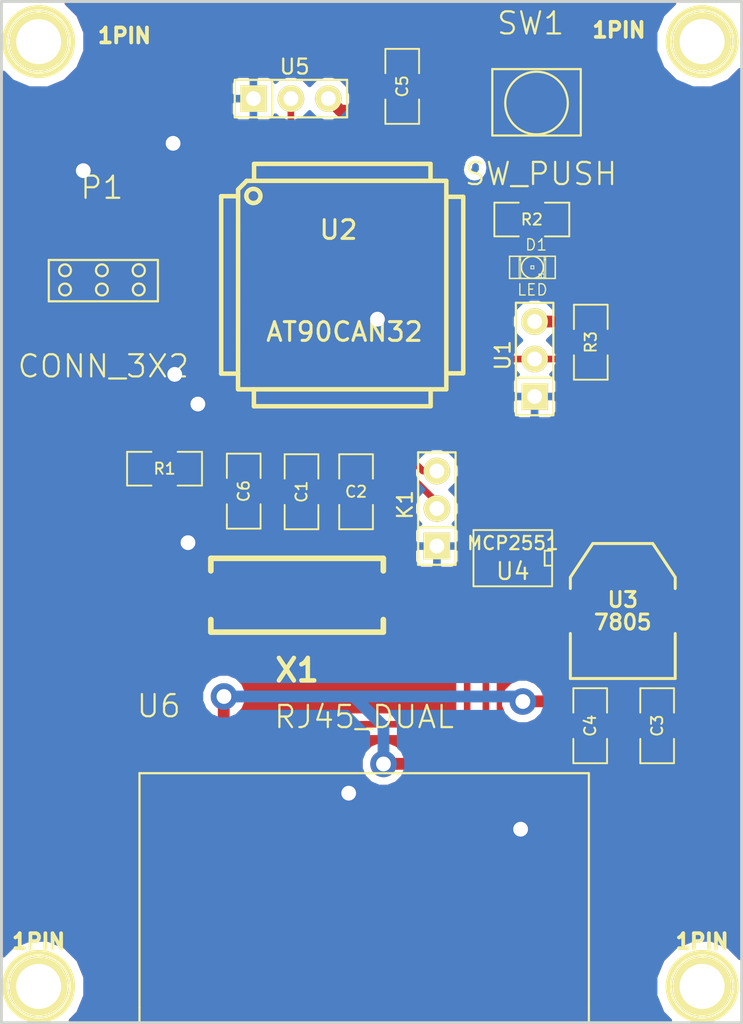
<source format=kicad_pcb>
(kicad_pcb (version 3) (host pcbnew "(2013-may-18)-stable")

  (general
    (links 67)
    (no_connects 0)
    (area 140.205714 77.179999 193.780001 147.729)
    (thickness 1.6)
    (drawings 7)
    (tracks 228)
    (zones 0)
    (modules 24)
    (nets 21)
  )

  (page A4)
  (layers
    (15 F.Cu signal)
    (0 B.Cu signal)
    (16 B.Adhes user)
    (17 F.Adhes user)
    (18 B.Paste user)
    (19 F.Paste user)
    (20 B.SilkS user)
    (21 F.SilkS user)
    (22 B.Mask user)
    (23 F.Mask user)
    (24 Dwgs.User user)
    (25 Cmts.User user)
    (26 Eco1.User user)
    (27 Eco2.User user)
    (28 Edge.Cuts user)
  )

  (setup
    (last_trace_width 0.45)
    (user_trace_width 0.45)
    (user_trace_width 0.8)
    (trace_clearance 0.3)
    (zone_clearance 0.508)
    (zone_45_only yes)
    (trace_min 0.254)
    (segment_width 0.2)
    (edge_width 0.2)
    (via_size 1.8)
    (via_drill 1)
    (via_min_size 0.889)
    (via_min_drill 0.508)
    (user_via 1.8 1)
    (uvia_size 0.508)
    (uvia_drill 0.127)
    (uvias_allowed no)
    (uvia_min_size 0.508)
    (uvia_min_drill 0.127)
    (pcb_text_width 0.3)
    (pcb_text_size 1.5 1.5)
    (mod_edge_width 0.15)
    (mod_text_size 1.5 1.5)
    (mod_text_width 0.15)
    (pad_size 4.064 4.064)
    (pad_drill 3.048)
    (pad_to_mask_clearance 0.2)
    (aux_axis_origin 51.18 66.17)
    (visible_elements FFFFFFBF)
    (pcbplotparams
      (layerselection 284196865)
      (usegerberextensions true)
      (excludeedgelayer true)
      (linewidth 0.150000)
      (plotframeref false)
      (viasonmask false)
      (mode 1)
      (useauxorigin false)
      (hpglpennumber 1)
      (hpglpenspeed 20)
      (hpglpendiameter 15)
      (hpglpenoverlay 2)
      (psnegative false)
      (psa4output false)
      (plotreference true)
      (plotvalue true)
      (plotothertext true)
      (plotinvisibletext false)
      (padsonsilk false)
      (subtractmaskfromsilk false)
      (outputformat 1)
      (mirror false)
      (drillshape 0)
      (scaleselection 1)
      (outputdirectory ""))
  )

  (net 0 "")
  (net 1 +12V)
  (net 2 +5V)
  (net 3 /PD1)
  (net 4 /PE1)
  (net 5 GND)
  (net 6 N-000001)
  (net 7 N-0000010)
  (net 8 N-0000011)
  (net 9 N-0000014)
  (net 10 N-0000015)
  (net 11 N-0000016)
  (net 12 N-0000017)
  (net 13 N-0000018)
  (net 14 N-000002)
  (net 15 N-0000020)
  (net 16 N-0000021)
  (net 17 N-0000023)
  (net 18 N-0000024)
  (net 19 N-000005)
  (net 20 N-000006)

  (net_class Default "This is the default net class."
    (clearance 0.3)
    (trace_width 0.45)
    (via_dia 1.8)
    (via_drill 1)
    (uvia_dia 0.508)
    (uvia_drill 0.127)
    (add_net "")
    (add_net +12V)
    (add_net +5V)
    (add_net /PD1)
    (add_net /PE1)
    (add_net GND)
    (add_net N-000001)
    (add_net N-0000010)
    (add_net N-0000011)
    (add_net N-0000014)
    (add_net N-0000015)
    (add_net N-0000016)
    (add_net N-0000017)
    (add_net N-0000018)
    (add_net N-000002)
    (add_net N-0000020)
    (add_net N-0000021)
    (add_net N-0000023)
    (add_net N-0000024)
    (add_net N-000005)
    (add_net N-000006)
  )

  (module TQFP64_08 (layer F.Cu) (tedit 423EA1D3) (tstamp 52BCB471)
    (at 166.58 96.49)
    (tags AVR)
    (path /52152F75)
    (fp_text reference U2 (at -0.24384 -3.73888) (layer F.SilkS)
      (effects (font (size 1.27 1.27) (thickness 0.2032)))
    )
    (fp_text value AT90CAN32 (at 0.16256 3.16992) (layer F.SilkS)
      (effects (font (size 1.27 1.27) (thickness 0.2032)))
    )
    (fp_line (start -7.05104 -6.477) (end -7.05612 7.0612) (layer F.SilkS) (width 0.3048))
    (fp_line (start 7.07136 -7.0612) (end -6.477 -7.0612) (layer F.SilkS) (width 0.3048))
    (fp_line (start -7.05104 -6.477) (end -6.46684 -7.0612) (layer F.SilkS) (width 0.3048))
    (fp_line (start -7.05104 5.99948) (end -8.19912 5.99948) (layer F.SilkS) (width 0.3048))
    (fp_line (start -8.19912 5.99948) (end -8.19912 -6.0198) (layer F.SilkS) (width 0.3048))
    (fp_line (start -8.19912 -6.0198) (end -7.05104 -6.0198) (layer F.SilkS) (width 0.3048))
    (fp_line (start 6.00964 7.0612) (end 6.00964 8.20928) (layer F.SilkS) (width 0.3048))
    (fp_line (start 6.00964 8.20928) (end -5.97916 8.20928) (layer F.SilkS) (width 0.3048))
    (fp_line (start -5.97916 8.20928) (end -5.97916 7.0612) (layer F.SilkS) (width 0.3048))
    (fp_line (start 7.07136 -5.97916) (end 8.21944 -5.97916) (layer F.SilkS) (width 0.3048))
    (fp_line (start 8.21944 -5.97916) (end 8.21944 5.97916) (layer F.SilkS) (width 0.3048))
    (fp_line (start 8.21944 5.97916) (end 7.07136 5.97916) (layer F.SilkS) (width 0.3048))
    (fp_line (start -5.969 -7.0612) (end -5.969 -8.20928) (layer F.SilkS) (width 0.3048))
    (fp_line (start -5.969 -8.20928) (end 5.99948 -8.20928) (layer F.SilkS) (width 0.3048))
    (fp_line (start 5.99948 -8.20928) (end 5.99948 -7.0612) (layer F.SilkS) (width 0.3048))
    (fp_circle (center -6.01472 -6.03504) (end -5.60832 -5.78104) (layer F.SilkS) (width 0.3048))
    (fp_line (start 7.07136 -7.0612) (end 7.07136 7.0612) (layer F.SilkS) (width 0.3048))
    (fp_line (start -7.05104 7.0612) (end 7.07136 7.0612) (layer F.SilkS) (width 0.3048))
    (pad 8 smd rect (at -7.99084 -0.39878) (size 1.99898 0.44958)
      (layers F.Cu F.Paste F.Mask)
    )
    (pad 7 smd rect (at -7.99084 -1.19888) (size 1.99898 0.44958)
      (layers F.Cu F.Paste F.Mask)
    )
    (pad 6 smd rect (at -7.99084 -1.99898) (size 1.99898 0.44958)
      (layers F.Cu F.Paste F.Mask)
    )
    (pad 5 smd rect (at -7.99084 -2.79908) (size 1.99898 0.44958)
      (layers F.Cu F.Paste F.Mask)
    )
    (pad 4 smd rect (at -7.99084 -3.59918) (size 1.99898 0.44958)
      (layers F.Cu F.Paste F.Mask)
    )
    (pad 3 smd rect (at -7.99084 -4.39928) (size 1.99898 0.44958)
      (layers F.Cu F.Paste F.Mask)
      (net 4 /PE1)
    )
    (pad 2 smd rect (at -7.99084 -5.19938) (size 1.99898 0.44958)
      (layers F.Cu F.Paste F.Mask)
      (net 3 /PD1)
    )
    (pad 1 smd rect (at -7.99084 -5.99948) (size 1.99898 0.44958)
      (layers F.Cu F.Paste F.Mask)
    )
    (pad 16 smd rect (at -7.99084 6.00964) (size 1.99898 0.44958)
      (layers F.Cu F.Paste F.Mask)
    )
    (pad 33 smd rect (at 8.001 6.00964) (size 1.99898 0.44958)
      (layers F.Cu F.Paste F.Mask)
    )
    (pad 48 smd rect (at 8.001 -5.99948) (size 1.99898 0.44958)
      (layers F.Cu F.Paste F.Mask)
    )
    (pad 9 smd rect (at -7.99084 0.40894) (size 1.99898 0.44958)
      (layers F.Cu F.Paste F.Mask)
    )
    (pad 10 smd rect (at -7.99084 1.20904) (size 1.99898 0.44958)
      (layers F.Cu F.Paste F.Mask)
    )
    (pad 11 smd rect (at -7.99084 2.00914) (size 1.99898 0.44958)
      (layers F.Cu F.Paste F.Mask)
      (net 19 N-000005)
    )
    (pad 12 smd rect (at -7.99084 2.80924) (size 1.99898 0.44958)
      (layers F.Cu F.Paste F.Mask)
    )
    (pad 13 smd rect (at -7.99084 3.60934) (size 1.99898 0.44958)
      (layers F.Cu F.Paste F.Mask)
    )
    (pad 14 smd rect (at -7.99084 4.40944) (size 1.99898 0.44958)
      (layers F.Cu F.Paste F.Mask)
    )
    (pad 15 smd rect (at -7.99084 5.20954) (size 1.99898 0.44958)
      (layers F.Cu F.Paste F.Mask)
    )
    (pad 34 smd rect (at 8.001 5.20954) (size 1.99898 0.44958)
      (layers F.Cu F.Paste F.Mask)
    )
    (pad 35 smd rect (at 8.001 4.40944) (size 1.99898 0.44958)
      (layers F.Cu F.Paste F.Mask)
      (net 16 N-0000021)
    )
    (pad 36 smd rect (at 8.001 3.60934) (size 1.99898 0.44958)
      (layers F.Cu F.Paste F.Mask)
    )
    (pad 37 smd rect (at 8.001 2.80924) (size 1.99898 0.44958)
      (layers F.Cu F.Paste F.Mask)
    )
    (pad 38 smd rect (at 8.001 2.00914) (size 1.99898 0.44958)
      (layers F.Cu F.Paste F.Mask)
    )
    (pad 39 smd rect (at 8.001 1.20904) (size 1.99898 0.44958)
      (layers F.Cu F.Paste F.Mask)
    )
    (pad 40 smd rect (at 8.001 0.40894) (size 1.99898 0.44958)
      (layers F.Cu F.Paste F.Mask)
    )
    (pad 41 smd rect (at 8.001 -0.39878) (size 1.99898 0.44958)
      (layers F.Cu F.Paste F.Mask)
    )
    (pad 42 smd rect (at 8.001 -1.19888) (size 1.99898 0.44958)
      (layers F.Cu F.Paste F.Mask)
      (net 13 N-0000018)
    )
    (pad 43 smd rect (at 8.001 -1.99898) (size 1.99898 0.44958)
      (layers F.Cu F.Paste F.Mask)
    )
    (pad 44 smd rect (at 8.001 -2.79908) (size 1.99898 0.44958)
      (layers F.Cu F.Paste F.Mask)
    )
    (pad 45 smd rect (at 8.001 -3.59918) (size 1.99898 0.44958)
      (layers F.Cu F.Paste F.Mask)
    )
    (pad 46 smd rect (at 8.001 -4.39928) (size 1.99898 0.44958)
      (layers F.Cu F.Paste F.Mask)
    )
    (pad 47 smd rect (at 8.001 -5.19938) (size 1.99898 0.44958)
      (layers F.Cu F.Paste F.Mask)
    )
    (pad 64 smd rect (at -5.99948 -8.001) (size 0.44958 1.99898)
      (layers F.Cu F.Paste F.Mask)
    )
    (pad 63 smd rect (at -5.20192 -8.001) (size 0.44958 1.99898)
      (layers F.Cu F.Paste F.Mask)
      (net 5 GND)
    )
    (pad 62 smd rect (at -4.39928 -8.001) (size 0.44958 1.99898)
      (layers F.Cu F.Paste F.Mask)
    )
    (pad 61 smd rect (at -3.60172 -8.001) (size 0.44958 1.99898)
      (layers F.Cu F.Paste F.Mask)
      (net 15 N-0000020)
    )
    (pad 60 smd rect (at -2.79908 -8.001) (size 0.44958 1.99898)
      (layers F.Cu F.Paste F.Mask)
    )
    (pad 59 smd rect (at -2.00152 -8.001) (size 0.44958 1.99898)
      (layers F.Cu F.Paste F.Mask)
    )
    (pad 56 smd rect (at 0.40132 -8.001) (size 0.44958 1.99898)
      (layers F.Cu F.Paste F.Mask)
    )
    (pad 54 smd rect (at 2.00152 -8.001) (size 0.44958 1.99898)
      (layers F.Cu F.Paste F.Mask)
    )
    (pad 53 smd rect (at 2.79908 -8.001) (size 0.44958 1.99898)
      (layers F.Cu F.Paste F.Mask)
      (net 5 GND)
    )
    (pad 58 smd rect (at -1.19888 -8.001) (size 0.44958 1.99898)
      (layers F.Cu F.Paste F.Mask)
    )
    (pad 57 smd rect (at -0.40132 -8.001) (size 0.44958 1.99898)
      (layers F.Cu F.Paste F.Mask)
    )
    (pad 55 smd rect (at 1.19888 -8.001) (size 0.44958 1.99898)
      (layers F.Cu F.Paste F.Mask)
    )
    (pad 52 smd rect (at 3.60172 -8.001) (size 0.44958 1.99898)
      (layers F.Cu F.Paste F.Mask)
      (net 2 +5V)
    )
    (pad 51 smd rect (at 4.39928 -8.001) (size 0.44958 1.99898)
      (layers F.Cu F.Paste F.Mask)
      (net 10 N-0000015)
    )
    (pad 50 smd rect (at 5.20192 -8.001) (size 0.44958 1.99898)
      (layers F.Cu F.Paste F.Mask)
    )
    (pad 49 smd rect (at 5.99948 -8.001) (size 0.44958 1.99898)
      (layers F.Cu F.Paste F.Mask)
    )
    (pad 17 smd rect (at -5.99948 8.001) (size 0.44958 1.99898)
      (layers F.Cu F.Paste F.Mask)
    )
    (pad 18 smd rect (at -5.20192 8.001) (size 0.44958 1.99898)
      (layers F.Cu F.Paste F.Mask)
    )
    (pad 19 smd rect (at -4.39928 8.001) (size 0.44958 1.99898)
      (layers F.Cu F.Paste F.Mask)
    )
    (pad 20 smd rect (at -3.60172 8.001) (size 0.44958 1.99898)
      (layers F.Cu F.Paste F.Mask)
      (net 7 N-0000010)
    )
    (pad 21 smd rect (at -2.79908 8.001) (size 0.44958 1.99898)
      (layers F.Cu F.Paste F.Mask)
      (net 2 +5V)
    )
    (pad 22 smd rect (at -2.00152 8.001) (size 0.44958 1.99898)
      (layers F.Cu F.Paste F.Mask)
      (net 5 GND)
    )
    (pad 23 smd rect (at -1.19888 8.001) (size 0.44958 1.99898)
      (layers F.Cu F.Paste F.Mask)
      (net 17 N-0000023)
    )
    (pad 24 smd rect (at -0.40132 8.001) (size 0.44958 1.99898)
      (layers F.Cu F.Paste F.Mask)
      (net 18 N-0000024)
    )
    (pad 25 smd rect (at 0.40132 8.001) (size 0.44958 1.99898)
      (layers F.Cu F.Paste F.Mask)
    )
    (pad 26 smd rect (at 1.19888 8.001) (size 0.44958 1.99898)
      (layers F.Cu F.Paste F.Mask)
    )
    (pad 27 smd rect (at 2.00152 8.001) (size 0.44958 1.99898)
      (layers F.Cu F.Paste F.Mask)
      (net 11 N-0000016)
    )
    (pad 28 smd rect (at 2.79908 8.001) (size 0.44958 1.99898)
      (layers F.Cu F.Paste F.Mask)
      (net 12 N-0000017)
    )
    (pad 29 smd rect (at 3.60172 8.001) (size 0.44958 1.99898)
      (layers F.Cu F.Paste F.Mask)
    )
    (pad 30 smd rect (at 4.39928 8.001) (size 0.44958 1.99898)
      (layers F.Cu F.Paste F.Mask)
      (net 6 N-000001)
    )
    (pad 31 smd rect (at 5.20192 8.001) (size 0.44958 1.99898)
      (layers F.Cu F.Paste F.Mask)
      (net 14 N-000002)
    )
    (pad 32 smd rect (at 5.99948 8.001) (size 0.44958 1.99898)
      (layers F.Cu F.Paste F.Mask)
    )
    (model smd/vqfp64.wrl
      (at (xyz 0 0 0))
      (scale (xyz 0.615 0.615 0.35))
      (rotate (xyz 0 0 90))
    )
  )

  (module SO8E (layer F.Cu) (tedit 42806F54) (tstamp 52BCB485)
    (at 178.16 114.99 180)
    (descr "module CMS SOJ 8 pins etroit")
    (tags "CMS SOJ")
    (path /52152F80)
    (attr smd)
    (fp_text reference U4 (at 0 -0.889 180) (layer F.SilkS)
      (effects (font (size 1.143 1.143) (thickness 0.1524)))
    )
    (fp_text value MCP2551 (at 0 1.016 180) (layer F.SilkS)
      (effects (font (size 0.889 0.889) (thickness 0.1524)))
    )
    (fp_line (start -2.667 1.778) (end -2.667 1.905) (layer F.SilkS) (width 0.127))
    (fp_line (start -2.667 1.905) (end 2.667 1.905) (layer F.SilkS) (width 0.127))
    (fp_line (start 2.667 -1.905) (end -2.667 -1.905) (layer F.SilkS) (width 0.127))
    (fp_line (start -2.667 -1.905) (end -2.667 1.778) (layer F.SilkS) (width 0.127))
    (fp_line (start -2.667 -0.508) (end -2.159 -0.508) (layer F.SilkS) (width 0.127))
    (fp_line (start -2.159 -0.508) (end -2.159 0.508) (layer F.SilkS) (width 0.127))
    (fp_line (start -2.159 0.508) (end -2.667 0.508) (layer F.SilkS) (width 0.127))
    (fp_line (start 2.667 -1.905) (end 2.667 1.905) (layer F.SilkS) (width 0.127))
    (pad 8 smd rect (at -1.905 -2.667 180) (size 0.508 1.143)
      (layers F.Cu F.Paste F.Mask)
      (net 5 GND)
    )
    (pad 1 smd rect (at -1.905 2.667 180) (size 0.508 1.143)
      (layers F.Cu F.Paste F.Mask)
      (net 6 N-000001)
    )
    (pad 7 smd rect (at -0.635 -2.667 180) (size 0.508 1.143)
      (layers F.Cu F.Paste F.Mask)
      (net 9 N-0000014)
    )
    (pad 6 smd rect (at 0.635 -2.667 180) (size 0.508 1.143)
      (layers F.Cu F.Paste F.Mask)
      (net 20 N-000006)
    )
    (pad 5 smd rect (at 1.905 -2.667 180) (size 0.508 1.143)
      (layers F.Cu F.Paste F.Mask)
    )
    (pad 2 smd rect (at -0.635 2.667 180) (size 0.508 1.143)
      (layers F.Cu F.Paste F.Mask)
      (net 5 GND)
    )
    (pad 3 smd rect (at 0.635 2.667 180) (size 0.508 1.143)
      (layers F.Cu F.Paste F.Mask)
      (net 2 +5V)
    )
    (pad 4 smd rect (at 1.905 2.667 180) (size 0.508 1.143)
      (layers F.Cu F.Paste F.Mask)
      (net 14 N-000002)
    )
    (model smd/cms_so8.wrl
      (at (xyz 0 0 0))
      (scale (xyz 0.5 0.32 0.5))
      (rotate (xyz 0 0 0))
    )
  )

  (module SM1206 (layer F.Cu) (tedit 42806E24) (tstamp 52BCB491)
    (at 183.45 100.36 270)
    (path /52152F84)
    (attr smd)
    (fp_text reference R3 (at 0 0 270) (layer F.SilkS)
      (effects (font (size 0.762 0.762) (thickness 0.127)))
    )
    (fp_text value 470k (at 0 0 270) (layer F.SilkS) hide
      (effects (font (size 0.762 0.762) (thickness 0.127)))
    )
    (fp_line (start -2.54 -1.143) (end -2.54 1.143) (layer F.SilkS) (width 0.127))
    (fp_line (start -2.54 1.143) (end -0.889 1.143) (layer F.SilkS) (width 0.127))
    (fp_line (start 0.889 -1.143) (end 2.54 -1.143) (layer F.SilkS) (width 0.127))
    (fp_line (start 2.54 -1.143) (end 2.54 1.143) (layer F.SilkS) (width 0.127))
    (fp_line (start 2.54 1.143) (end 0.889 1.143) (layer F.SilkS) (width 0.127))
    (fp_line (start -0.889 -1.143) (end -2.54 -1.143) (layer F.SilkS) (width 0.127))
    (pad 1 smd rect (at -1.651 0 270) (size 1.524 2.032)
      (layers F.Cu F.Paste F.Mask)
      (net 2 +5V)
    )
    (pad 2 smd rect (at 1.651 0 270) (size 1.524 2.032)
      (layers F.Cu F.Paste F.Mask)
      (net 16 N-0000021)
    )
    (model smd/chip_cms.wrl
      (at (xyz 0 0 0))
      (scale (xyz 0.17 0.16 0.16))
      (rotate (xyz 0 0 0))
    )
  )

  (module SM1206 (layer F.Cu) (tedit 42806E24) (tstamp 52BCB49D)
    (at 179.45 92.05)
    (path /52152F90)
    (attr smd)
    (fp_text reference R2 (at 0 0) (layer F.SilkS)
      (effects (font (size 0.762 0.762) (thickness 0.127)))
    )
    (fp_text value 300 (at 0 0) (layer F.SilkS) hide
      (effects (font (size 0.762 0.762) (thickness 0.127)))
    )
    (fp_line (start -2.54 -1.143) (end -2.54 1.143) (layer F.SilkS) (width 0.127))
    (fp_line (start -2.54 1.143) (end -0.889 1.143) (layer F.SilkS) (width 0.127))
    (fp_line (start 0.889 -1.143) (end 2.54 -1.143) (layer F.SilkS) (width 0.127))
    (fp_line (start 2.54 -1.143) (end 2.54 1.143) (layer F.SilkS) (width 0.127))
    (fp_line (start 2.54 1.143) (end 0.889 1.143) (layer F.SilkS) (width 0.127))
    (fp_line (start -0.889 -1.143) (end -2.54 -1.143) (layer F.SilkS) (width 0.127))
    (pad 1 smd rect (at -1.651 0) (size 1.524 2.032)
      (layers F.Cu F.Paste F.Mask)
      (net 2 +5V)
    )
    (pad 2 smd rect (at 1.651 0) (size 1.524 2.032)
      (layers F.Cu F.Paste F.Mask)
      (net 8 N-0000011)
    )
    (model smd/chip_cms.wrl
      (at (xyz 0 0 0))
      (scale (xyz 0.17 0.16 0.16))
      (rotate (xyz 0 0 0))
    )
  )

  (module SM1206 (layer F.Cu) (tedit 52BCC14E) (tstamp 52BCB4A9)
    (at 154.54 108.93 180)
    (path /52152F8C)
    (attr smd)
    (fp_text reference R1 (at 0 0 180) (layer F.SilkS)
      (effects (font (size 0.762 0.762) (thickness 0.127)))
    )
    (fp_text value 10k (at 0 0 180) (layer F.SilkS) hide
      (effects (font (size 0.762 0.762) (thickness 0.127)))
    )
    (fp_line (start -2.54 -1.143) (end -2.54 1.143) (layer F.SilkS) (width 0.127))
    (fp_line (start -2.54 1.143) (end -0.889 1.143) (layer F.SilkS) (width 0.127))
    (fp_line (start 0.889 -1.143) (end 2.54 -1.143) (layer F.SilkS) (width 0.127))
    (fp_line (start 2.54 -1.143) (end 2.54 1.143) (layer F.SilkS) (width 0.127))
    (fp_line (start 2.54 1.143) (end 0.889 1.143) (layer F.SilkS) (width 0.127))
    (fp_line (start -0.889 -1.143) (end -2.54 -1.143) (layer F.SilkS) (width 0.127))
    (pad 1 smd rect (at -1.651 0 180) (size 1.524 2.032)
      (layers F.Cu F.Paste F.Mask)
      (net 2 +5V)
    )
    (pad 2 smd rect (at 1.651 0 180) (size 1.524 2.032)
      (layers F.Cu F.Paste F.Mask)
      (net 7 N-0000010)
    )
    (model smd/chip_cms.wrl
      (at (xyz 0 0 0))
      (scale (xyz 0.17 0.16 0.16))
      (rotate (xyz 0 0 0))
    )
  )

  (module SM1206 (layer F.Cu) (tedit 42806E24) (tstamp 5445749E)
    (at 163.83 110.49 270)
    (path /52152F87)
    (attr smd)
    (fp_text reference C1 (at 0 0 270) (layer F.SilkS)
      (effects (font (size 0.762 0.762) (thickness 0.127)))
    )
    (fp_text value 22pf (at 0 0 270) (layer F.SilkS) hide
      (effects (font (size 0.762 0.762) (thickness 0.127)))
    )
    (fp_line (start -2.54 -1.143) (end -2.54 1.143) (layer F.SilkS) (width 0.127))
    (fp_line (start -2.54 1.143) (end -0.889 1.143) (layer F.SilkS) (width 0.127))
    (fp_line (start 0.889 -1.143) (end 2.54 -1.143) (layer F.SilkS) (width 0.127))
    (fp_line (start 2.54 -1.143) (end 2.54 1.143) (layer F.SilkS) (width 0.127))
    (fp_line (start 2.54 1.143) (end 0.889 1.143) (layer F.SilkS) (width 0.127))
    (fp_line (start -0.889 -1.143) (end -2.54 -1.143) (layer F.SilkS) (width 0.127))
    (pad 1 smd rect (at -1.651 0 270) (size 1.524 2.032)
      (layers F.Cu F.Paste F.Mask)
      (net 5 GND)
    )
    (pad 2 smd rect (at 1.651 0 270) (size 1.524 2.032)
      (layers F.Cu F.Paste F.Mask)
      (net 17 N-0000023)
    )
    (model smd/chip_cms.wrl
      (at (xyz 0 0 0))
      (scale (xyz 0.17 0.16 0.16))
      (rotate (xyz 0 0 0))
    )
  )

  (module SM1206 (layer F.Cu) (tedit 54469716) (tstamp 54457484)
    (at 167.53 110.49 90)
    (path /52152F86)
    (attr smd)
    (fp_text reference C2 (at 0 0 180) (layer F.SilkS)
      (effects (font (size 0.762 0.762) (thickness 0.127)))
    )
    (fp_text value 22pf (at 0 0 90) (layer F.SilkS) hide
      (effects (font (size 0.762 0.762) (thickness 0.127)))
    )
    (fp_line (start -2.54 -1.143) (end -2.54 1.143) (layer F.SilkS) (width 0.127))
    (fp_line (start -2.54 1.143) (end -0.889 1.143) (layer F.SilkS) (width 0.127))
    (fp_line (start 0.889 -1.143) (end 2.54 -1.143) (layer F.SilkS) (width 0.127))
    (fp_line (start 2.54 -1.143) (end 2.54 1.143) (layer F.SilkS) (width 0.127))
    (fp_line (start 2.54 1.143) (end 0.889 1.143) (layer F.SilkS) (width 0.127))
    (fp_line (start -0.889 -1.143) (end -2.54 -1.143) (layer F.SilkS) (width 0.127))
    (pad 1 smd rect (at -1.651 0 90) (size 1.524 2.032)
      (layers F.Cu F.Paste F.Mask)
      (net 5 GND)
    )
    (pad 2 smd rect (at 1.651 0 90) (size 1.524 2.032)
      (layers F.Cu F.Paste F.Mask)
      (net 18 N-0000024)
    )
    (model smd/chip_cms.wrl
      (at (xyz 0 0 0))
      (scale (xyz 0.17 0.16 0.16))
      (rotate (xyz 0 0 0))
    )
  )

  (module SM1206 (layer F.Cu) (tedit 52BCBCBD) (tstamp 52BCB4D9)
    (at 187.95 126.34 270)
    (path /52BC77C3)
    (attr smd)
    (fp_text reference C3 (at 0 0 270) (layer F.SilkS)
      (effects (font (size 0.762 0.762) (thickness 0.127)))
    )
    (fp_text value 100nF (at 0 0 270) (layer F.SilkS) hide
      (effects (font (size 0.762 0.762) (thickness 0.127)))
    )
    (fp_line (start -2.54 -1.143) (end -2.54 1.143) (layer F.SilkS) (width 0.127))
    (fp_line (start -2.54 1.143) (end -0.889 1.143) (layer F.SilkS) (width 0.127))
    (fp_line (start 0.889 -1.143) (end 2.54 -1.143) (layer F.SilkS) (width 0.127))
    (fp_line (start 2.54 -1.143) (end 2.54 1.143) (layer F.SilkS) (width 0.127))
    (fp_line (start 2.54 1.143) (end 0.889 1.143) (layer F.SilkS) (width 0.127))
    (fp_line (start -0.889 -1.143) (end -2.54 -1.143) (layer F.SilkS) (width 0.127))
    (pad 1 smd rect (at -1.651 0 270) (size 1.524 2.032)
      (layers F.Cu F.Paste F.Mask)
      (net 2 +5V)
    )
    (pad 2 smd rect (at 1.651 0 270) (size 1.524 2.032)
      (layers F.Cu F.Paste F.Mask)
      (net 5 GND)
    )
    (model smd/chip_cms.wrl
      (at (xyz 0 0 0))
      (scale (xyz 0.17 0.16 0.16))
      (rotate (xyz 0 0 0))
    )
  )

  (module SM1206 (layer F.Cu) (tedit 42806E24) (tstamp 52BCB4E5)
    (at 183.41 126.34 270)
    (path /52BC77D5)
    (attr smd)
    (fp_text reference C4 (at 0 0 270) (layer F.SilkS)
      (effects (font (size 0.762 0.762) (thickness 0.127)))
    )
    (fp_text value 0.33uF (at 0 0 270) (layer F.SilkS) hide
      (effects (font (size 0.762 0.762) (thickness 0.127)))
    )
    (fp_line (start -2.54 -1.143) (end -2.54 1.143) (layer F.SilkS) (width 0.127))
    (fp_line (start -2.54 1.143) (end -0.889 1.143) (layer F.SilkS) (width 0.127))
    (fp_line (start 0.889 -1.143) (end 2.54 -1.143) (layer F.SilkS) (width 0.127))
    (fp_line (start 2.54 -1.143) (end 2.54 1.143) (layer F.SilkS) (width 0.127))
    (fp_line (start 2.54 1.143) (end 0.889 1.143) (layer F.SilkS) (width 0.127))
    (fp_line (start -0.889 -1.143) (end -2.54 -1.143) (layer F.SilkS) (width 0.127))
    (pad 1 smd rect (at -1.651 0 270) (size 1.524 2.032)
      (layers F.Cu F.Paste F.Mask)
      (net 1 +12V)
    )
    (pad 2 smd rect (at 1.651 0 270) (size 1.524 2.032)
      (layers F.Cu F.Paste F.Mask)
      (net 5 GND)
    )
    (model smd/chip_cms.wrl
      (at (xyz 0 0 0))
      (scale (xyz 0.17 0.16 0.16))
      (rotate (xyz 0 0 0))
    )
  )

  (module PIN_ARRAY_3X1 (layer F.Cu) (tedit 5446E120) (tstamp 52BCB4FF)
    (at 179.64 101.5 90)
    (descr "Connecteur 3 pins")
    (tags "CONN DEV")
    (path /52152F8F)
    (fp_text reference U1 (at 0.254 -2.159 90) (layer F.SilkS)
      (effects (font (size 1.016 1.016) (thickness 0.1524)))
    )
    (fp_text value DS1820 (at 0 -2.159 90) (layer F.SilkS) hide
      (effects (font (size 1.016 1.016) (thickness 0.1524)))
    )
    (fp_line (start -3.81 1.27) (end -3.81 -1.27) (layer F.SilkS) (width 0.1524))
    (fp_line (start -3.81 -1.27) (end 3.81 -1.27) (layer F.SilkS) (width 0.1524))
    (fp_line (start 3.81 -1.27) (end 3.81 1.27) (layer F.SilkS) (width 0.1524))
    (fp_line (start 3.81 1.27) (end -3.81 1.27) (layer F.SilkS) (width 0.1524))
    (fp_line (start -1.27 -1.27) (end -1.27 1.27) (layer F.SilkS) (width 0.1524))
    (pad 1 thru_hole rect (at -2.54 0 90) (size 1.8 1.8) (drill 1)
      (layers *.Cu *.Mask F.SilkS)
      (net 5 GND)
    )
    (pad 2 thru_hole circle (at 0 0 90) (size 1.8 1.8) (drill 1)
      (layers *.Cu *.Mask F.SilkS)
      (net 16 N-0000021)
    )
    (pad 3 thru_hole circle (at 2.54 0 90) (size 1.8 1.8) (drill 1)
      (layers *.Cu *.Mask F.SilkS)
      (net 2 +5V)
    )
    (model pin_array/pins_array_3x1.wrl
      (at (xyz 0 0 0))
      (scale (xyz 1 1 1))
      (rotate (xyz 0 0 0))
    )
  )

  (module LED-1206 (layer F.Cu) (tedit 49BFA1FF) (tstamp 52BCB529)
    (at 179.49 95.29)
    (descr "LED 1206 smd package")
    (tags "LED led 1206 SMD smd SMT smt smdled SMDLED smtled SMTLED")
    (path /52152F8E)
    (attr smd)
    (fp_text reference D1 (at 0.254 -1.524) (layer F.SilkS)
      (effects (font (size 0.762 0.762) (thickness 0.0889)))
    )
    (fp_text value LED (at 0 1.524) (layer F.SilkS)
      (effects (font (size 0.762 0.762) (thickness 0.0889)))
    )
    (fp_line (start -0.09906 0.09906) (end 0.09906 0.09906) (layer F.SilkS) (width 0.06604))
    (fp_line (start 0.09906 0.09906) (end 0.09906 -0.09906) (layer F.SilkS) (width 0.06604))
    (fp_line (start -0.09906 -0.09906) (end 0.09906 -0.09906) (layer F.SilkS) (width 0.06604))
    (fp_line (start -0.09906 0.09906) (end -0.09906 -0.09906) (layer F.SilkS) (width 0.06604))
    (fp_line (start 0.44958 0.6985) (end 0.79756 0.6985) (layer F.SilkS) (width 0.06604))
    (fp_line (start 0.79756 0.6985) (end 0.79756 0.44958) (layer F.SilkS) (width 0.06604))
    (fp_line (start 0.44958 0.44958) (end 0.79756 0.44958) (layer F.SilkS) (width 0.06604))
    (fp_line (start 0.44958 0.6985) (end 0.44958 0.44958) (layer F.SilkS) (width 0.06604))
    (fp_line (start 0.79756 0.6985) (end 0.89916 0.6985) (layer F.SilkS) (width 0.06604))
    (fp_line (start 0.89916 0.6985) (end 0.89916 -0.49784) (layer F.SilkS) (width 0.06604))
    (fp_line (start 0.79756 -0.49784) (end 0.89916 -0.49784) (layer F.SilkS) (width 0.06604))
    (fp_line (start 0.79756 0.6985) (end 0.79756 -0.49784) (layer F.SilkS) (width 0.06604))
    (fp_line (start 0.79756 -0.54864) (end 0.89916 -0.54864) (layer F.SilkS) (width 0.06604))
    (fp_line (start 0.89916 -0.54864) (end 0.89916 -0.6985) (layer F.SilkS) (width 0.06604))
    (fp_line (start 0.79756 -0.6985) (end 0.89916 -0.6985) (layer F.SilkS) (width 0.06604))
    (fp_line (start 0.79756 -0.54864) (end 0.79756 -0.6985) (layer F.SilkS) (width 0.06604))
    (fp_line (start -0.89916 0.6985) (end -0.79756 0.6985) (layer F.SilkS) (width 0.06604))
    (fp_line (start -0.79756 0.6985) (end -0.79756 -0.49784) (layer F.SilkS) (width 0.06604))
    (fp_line (start -0.89916 -0.49784) (end -0.79756 -0.49784) (layer F.SilkS) (width 0.06604))
    (fp_line (start -0.89916 0.6985) (end -0.89916 -0.49784) (layer F.SilkS) (width 0.06604))
    (fp_line (start -0.89916 -0.54864) (end -0.79756 -0.54864) (layer F.SilkS) (width 0.06604))
    (fp_line (start -0.79756 -0.54864) (end -0.79756 -0.6985) (layer F.SilkS) (width 0.06604))
    (fp_line (start -0.89916 -0.6985) (end -0.79756 -0.6985) (layer F.SilkS) (width 0.06604))
    (fp_line (start -0.89916 -0.54864) (end -0.89916 -0.6985) (layer F.SilkS) (width 0.06604))
    (fp_line (start 0.44958 0.6985) (end 0.59944 0.6985) (layer F.SilkS) (width 0.06604))
    (fp_line (start 0.59944 0.6985) (end 0.59944 0.44958) (layer F.SilkS) (width 0.06604))
    (fp_line (start 0.44958 0.44958) (end 0.59944 0.44958) (layer F.SilkS) (width 0.06604))
    (fp_line (start 0.44958 0.6985) (end 0.44958 0.44958) (layer F.SilkS) (width 0.06604))
    (fp_line (start 1.5494 0.7493) (end -1.5494 0.7493) (layer F.SilkS) (width 0.1016))
    (fp_line (start -1.5494 0.7493) (end -1.5494 -0.7493) (layer F.SilkS) (width 0.1016))
    (fp_line (start -1.5494 -0.7493) (end 1.5494 -0.7493) (layer F.SilkS) (width 0.1016))
    (fp_line (start 1.5494 -0.7493) (end 1.5494 0.7493) (layer F.SilkS) (width 0.1016))
    (fp_arc (start 0 0) (end 0.54864 0.49784) (angle 95.4) (layer F.SilkS) (width 0.1016))
    (fp_arc (start 0 0) (end -0.54864 0.49784) (angle 84.5) (layer F.SilkS) (width 0.1016))
    (fp_arc (start 0 0) (end -0.54864 -0.49784) (angle 95.4) (layer F.SilkS) (width 0.1016))
    (fp_arc (start 0 0) (end 0.54864 -0.49784) (angle 84.5) (layer F.SilkS) (width 0.1016))
    (pad 1 smd rect (at -1.41986 0) (size 1.59766 1.80086)
      (layers F.Cu F.Paste F.Mask)
      (net 13 N-0000018)
    )
    (pad 2 smd rect (at 1.41986 0) (size 1.59766 1.80086)
      (layers F.Cu F.Paste F.Mask)
      (net 8 N-0000011)
    )
  )

  (module 1pin (layer F.Cu) (tedit 55637D0D) (tstamp 55637D0E)
    (at 191 80)
    (descr "module 1 pin (ou trou mecanique de percage)")
    (tags DEV)
    (path 1pin)
    (fp_text reference 1PIN (at -5.64 -0.78) (layer F.SilkS)
      (effects (font (size 1.016 1.016) (thickness 0.254)))
    )
    (fp_text value P*** (at 0 2.794) (layer F.SilkS) hide
      (effects (font (size 1.016 1.016) (thickness 0.254)))
    )
    (fp_circle (center 0 0) (end 0 -2.286) (layer F.SilkS) (width 0.381))
    (pad 1 thru_hole circle (at 0 0) (size 4.064 4.064) (drill 3.048)
      (layers *.Cu *.Mask F.SilkS)
      (clearance 1)
    )
  )

  (module 1pin (layer F.Cu) (tedit 55637CF2) (tstamp 52BE52DD)
    (at 146 80)
    (descr "module 1 pin (ou trou mecanique de percage)")
    (tags DEV)
    (path 1pin)
    (fp_text reference 1PIN (at 5.82 -0.4) (layer F.SilkS)
      (effects (font (size 1.016 1.016) (thickness 0.254)))
    )
    (fp_text value P*** (at 0 2.794) (layer F.SilkS) hide
      (effects (font (size 1.016 1.016) (thickness 0.254)))
    )
    (fp_circle (center 0 0) (end 0 -2.286) (layer F.SilkS) (width 0.381))
    (pad 1 thru_hole circle (at 0 0) (size 4.064 4.064) (drill 3.048)
      (layers *.Cu *.Mask F.SilkS)
      (clearance 1)
    )
  )

  (module 1pin (layer F.Cu) (tedit 544D4E18) (tstamp 52BE52F4)
    (at 146 144)
    (descr "module 1 pin (ou trou mecanique de percage)")
    (tags DEV)
    (path 1pin)
    (fp_text reference 1PIN (at 0 -3.048) (layer F.SilkS)
      (effects (font (size 1.016 1.016) (thickness 0.254)))
    )
    (fp_text value P*** (at 0 2.794) (layer F.SilkS) hide
      (effects (font (size 1.016 1.016) (thickness 0.254)))
    )
    (fp_circle (center 0 0) (end 0 -2.286) (layer F.SilkS) (width 0.381))
    (pad 1 thru_hole circle (at 0 0) (size 4.064 4.064) (drill 3.048)
      (layers *.Cu *.Mask F.SilkS)
      (clearance 1)
    )
  )

  (module 1pin (layer F.Cu) (tedit 544975DE) (tstamp 52BE52FF)
    (at 191 144)
    (descr "module 1 pin (ou trou mecanique de percage)")
    (tags DEV)
    (path 1pin)
    (fp_text reference 1PIN (at 0 -3.048) (layer F.SilkS)
      (effects (font (size 1.016 1.016) (thickness 0.254)))
    )
    (fp_text value P*** (at 0 2.794) (layer F.SilkS) hide
      (effects (font (size 1.016 1.016) (thickness 0.254)))
    )
    (fp_circle (center 0 0) (end 0 -2.286) (layer F.SilkS) (width 0.381))
    (pad 1 thru_hole circle (at 0 0) (size 4.064 4.064) (drill 3.048)
      (layers *.Cu *.Mask F.SilkS)
      (clearance 1)
    )
  )

  (module PIN_ARRAY_3X1 (layer F.Cu) (tedit 5446E0EF) (tstamp 54456B7F)
    (at 163.11 83.86)
    (descr "Connecteur 3 pins")
    (tags "CONN DEV")
    (path /54456AA5)
    (fp_text reference U5 (at 0.254 -2.159) (layer F.SilkS)
      (effects (font (size 1.016 1.016) (thickness 0.1524)))
    )
    (fp_text value HIH4000 (at 0 -2.159) (layer F.SilkS) hide
      (effects (font (size 1.016 1.016) (thickness 0.1524)))
    )
    (fp_line (start -3.81 1.27) (end -3.81 -1.27) (layer F.SilkS) (width 0.1524))
    (fp_line (start -3.81 -1.27) (end 3.81 -1.27) (layer F.SilkS) (width 0.1524))
    (fp_line (start 3.81 -1.27) (end 3.81 1.27) (layer F.SilkS) (width 0.1524))
    (fp_line (start 3.81 1.27) (end -3.81 1.27) (layer F.SilkS) (width 0.1524))
    (fp_line (start -1.27 -1.27) (end -1.27 1.27) (layer F.SilkS) (width 0.1524))
    (pad 1 thru_hole rect (at -2.54 0) (size 1.8 1.8) (drill 1)
      (layers *.Cu *.Mask F.SilkS)
      (net 5 GND)
    )
    (pad 2 thru_hole circle (at 0 0) (size 1.8 1.8) (drill 1)
      (layers *.Cu *.Mask F.SilkS)
      (net 15 N-0000020)
    )
    (pad 3 thru_hole circle (at 2.54 0) (size 1.8 1.8) (drill 1)
      (layers *.Cu *.Mask F.SilkS)
      (net 2 +5V)
    )
    (model pin_array/pins_array_3x1.wrl
      (at (xyz 0 0 0))
      (scale (xyz 1 1 1))
      (rotate (xyz 0 0 0))
    )
  )

  (module PIN_ARRAY_3X1 (layer F.Cu) (tedit 5446E113) (tstamp 54456DC7)
    (at 173.01 111.63 90)
    (descr "Connecteur 3 pins")
    (tags "CONN DEV")
    (path /544570D5)
    (fp_text reference K1 (at 0.254 -2.159 90) (layer F.SilkS)
      (effects (font (size 1.016 1.016) (thickness 0.1524)))
    )
    (fp_text value CONN_3 (at 0 -2.159 90) (layer F.SilkS) hide
      (effects (font (size 1.016 1.016) (thickness 0.1524)))
    )
    (fp_line (start -3.81 1.27) (end -3.81 -1.27) (layer F.SilkS) (width 0.1524))
    (fp_line (start -3.81 -1.27) (end 3.81 -1.27) (layer F.SilkS) (width 0.1524))
    (fp_line (start 3.81 -1.27) (end 3.81 1.27) (layer F.SilkS) (width 0.1524))
    (fp_line (start 3.81 1.27) (end -3.81 1.27) (layer F.SilkS) (width 0.1524))
    (fp_line (start -1.27 -1.27) (end -1.27 1.27) (layer F.SilkS) (width 0.1524))
    (pad 1 thru_hole rect (at -2.54 0 90) (size 1.8 1.8) (drill 1)
      (layers *.Cu *.Mask F.SilkS)
      (net 5 GND)
    )
    (pad 2 thru_hole circle (at 0 0 90) (size 1.8 1.8) (drill 1)
      (layers *.Cu *.Mask F.SilkS)
      (net 11 N-0000016)
    )
    (pad 3 thru_hole circle (at 2.54 0 90) (size 1.8 1.8) (drill 1)
      (layers *.Cu *.Mask F.SilkS)
      (net 12 N-0000017)
    )
    (model pin_array/pins_array_3x1.wrl
      (at (xyz 0 0 0))
      (scale (xyz 1 1 1))
      (rotate (xyz 0 0 0))
    )
  )

  (module Crystal_HC49-SD_SMD_RevA_09Aug2010 (layer F.Cu) (tedit 4C603ED2) (tstamp 544661CC)
    (at 163.53 117.5 180)
    (descr "Crystal, Quarz, HC49-SD, SMD,")
    (tags "Crystal, Quarz, HC49-SD, SMD,")
    (path /52152F85)
    (attr smd)
    (fp_text reference X1 (at 0 -5.08 180) (layer F.SilkS)
      (effects (font (size 1.524 1.524) (thickness 0.3048)))
    )
    (fp_text value 16MHz (at 2.54 5.08 180) (layer F.SilkS) hide
      (effects (font (size 1.524 1.524) (thickness 0.3048)))
    )
    (fp_line (start -5.84962 2.49936) (end 5.84962 2.49936) (layer F.SilkS) (width 0.381))
    (fp_line (start 5.84962 -2.49936) (end -5.84962 -2.49936) (layer F.SilkS) (width 0.381))
    (fp_line (start 5.84962 2.49936) (end 5.84962 1.651) (layer F.SilkS) (width 0.381))
    (fp_line (start 5.84962 -2.49936) (end 5.84962 -1.651) (layer F.SilkS) (width 0.381))
    (fp_line (start -5.84962 2.49936) (end -5.84962 1.651) (layer F.SilkS) (width 0.381))
    (fp_line (start -5.84962 -2.49936) (end -5.84962 -1.651) (layer F.SilkS) (width 0.381))
    (pad 1 smd rect (at -4.84886 0 180) (size 5.6007 2.10058)
      (layers F.Cu F.Paste F.Mask)
      (net 18 N-0000024)
    )
    (pad 2 smd rect (at 4.84886 0 180) (size 5.6007 2.10058)
      (layers F.Cu F.Paste F.Mask)
      (net 17 N-0000023)
    )
  )

  (module SOT223 (layer F.Cu) (tedit 54496656) (tstamp 544662AC)
    (at 185.62 118.57)
    (descr "module CMS SOT223 4 pins")
    (tags "CMS SOT")
    (path /52BC76CC)
    (attr smd)
    (fp_text reference U3 (at 0 -0.762) (layer F.SilkS)
      (effects (font (size 1.016 1.016) (thickness 0.2032)))
    )
    (fp_text value 7805 (at 0 0.762) (layer F.SilkS)
      (effects (font (size 1.016 1.016) (thickness 0.2032)))
    )
    (fp_line (start -3.556 1.524) (end -3.556 4.572) (layer F.SilkS) (width 0.2032))
    (fp_line (start -3.556 4.572) (end 3.556 4.572) (layer F.SilkS) (width 0.2032))
    (fp_line (start 3.556 4.572) (end 3.556 1.524) (layer F.SilkS) (width 0.2032))
    (fp_line (start -3.556 -1.524) (end -3.556 -2.286) (layer F.SilkS) (width 0.2032))
    (fp_line (start -3.556 -2.286) (end -2.032 -4.572) (layer F.SilkS) (width 0.2032))
    (fp_line (start -2.032 -4.572) (end 2.032 -4.572) (layer F.SilkS) (width 0.2032))
    (fp_line (start 2.032 -4.572) (end 3.556 -2.286) (layer F.SilkS) (width 0.2032))
    (fp_line (start 3.556 -2.286) (end 3.556 -1.524) (layer F.SilkS) (width 0.2032))
    (pad 2 smd rect (at 0 -3.302) (size 3.6576 2.032)
      (layers F.Cu F.Paste F.Mask)
      (net 5 GND)
    )
    (pad 2 smd rect (at 0 3.302) (size 1.016 2.032)
      (layers F.Cu F.Paste F.Mask)
      (net 5 GND)
    )
    (pad 3 smd rect (at 2.286 3.302) (size 1.016 2.032)
      (layers F.Cu F.Paste F.Mask)
      (net 2 +5V)
    )
    (pad 1 smd rect (at -2.286 3.302) (size 1.016 2.032)
      (layers F.Cu F.Paste F.Mask)
      (net 1 +12V)
    )
    (model smd/SOT223.wrl
      (at (xyz 0 0 0))
      (scale (xyz 0.4 0.4 0.4))
      (rotate (xyz 0 0 0))
    )
  )

  (module Switch_SPC (layer F.Cu) (tedit 5446D379) (tstamp 5446D422)
    (at 179.77 84.16 180)
    (path /54418504)
    (fp_text reference SW1 (at 0.4 5.4 180) (layer F.SilkS)
      (effects (font (size 1.5 1.5) (thickness 0.15)))
    )
    (fp_text value SW_PUSH (at -0.3 -4.8 180) (layer F.SilkS)
      (effects (font (size 1.5 1.5) (thickness 0.15)))
    )
    (fp_line (start -3 0) (end -3 -2.2) (layer F.SilkS) (width 0.15))
    (fp_line (start -3 -2.2) (end 3 -2.2) (layer F.SilkS) (width 0.15))
    (fp_line (start 3 -2.2) (end 3 2.3) (layer F.SilkS) (width 0.15))
    (fp_line (start 3 2.3) (end -3 2.3) (layer F.SilkS) (width 0.15))
    (fp_line (start -3 2.3) (end -3 0) (layer F.SilkS) (width 0.15))
    (fp_circle (center 0 0) (end 1.5 1.5) (layer F.SilkS) (width 0.15))
    (pad 1 smd rect (at -4.2 -2.25 180) (size 1.6 1.4)
      (layers F.Cu F.Paste F.Mask)
      (net 10 N-0000015)
    )
    (pad 1 smd rect (at 4.2 -2.25 180) (size 1.6 1.4)
      (layers F.Cu F.Paste F.Mask)
      (net 10 N-0000015)
    )
    (pad 2 smd rect (at -4.2 2.25 180) (size 1.6 1.4)
      (layers F.Cu F.Paste F.Mask)
      (net 5 GND)
    )
    (pad 2 smd rect (at 4.2 2.25 180) (size 1.6 1.4)
      (layers F.Cu F.Paste F.Mask)
      (net 5 GND)
    )
  )

  (module Pin_2x3_smd (layer F.Cu) (tedit 5446DA07) (tstamp 5446DAE4)
    (at 150.29 96.19 180)
    (path /52152F89)
    (fp_text reference P1 (at 0 6.3 180) (layer F.SilkS)
      (effects (font (size 1.5 1.5) (thickness 0.15)))
    )
    (fp_text value CONN_3X2 (at -0.1 -5.8 180) (layer F.SilkS)
      (effects (font (size 1.5 1.5) (thickness 0.15)))
    )
    (fp_circle (center -2.5 0.7) (end -2.4 0.3) (layer F.SilkS) (width 0.15))
    (fp_circle (center 0 0.7) (end 0 0.3) (layer F.SilkS) (width 0.15))
    (fp_circle (center 2.5 0.7) (end 2.5 0.3) (layer F.SilkS) (width 0.15))
    (fp_circle (center 2.5 -0.6) (end 2.5 -1) (layer F.SilkS) (width 0.15))
    (fp_circle (center 0 -0.6) (end 0 -1) (layer F.SilkS) (width 0.15))
    (fp_circle (center -2.5 -0.6) (end -2.5 -1) (layer F.SilkS) (width 0.15))
    (fp_line (start -3.8 -1.4) (end 3.6 -1.4) (layer F.SilkS) (width 0.15))
    (fp_line (start 3.6 -1.4) (end 3.6 1.4) (layer F.SilkS) (width 0.15))
    (fp_line (start 3.6 1.4) (end -3.8 1.4) (layer F.SilkS) (width 0.15))
    (fp_line (start -3.8 1.4) (end -3.8 -1.4) (layer F.SilkS) (width 0.15))
    (pad 4 smd rect (at 0 3.03 180) (size 1.5 2.33)
      (layers F.Cu F.Paste F.Mask)
      (net 3 /PD1)
    )
    (pad 3 smd rect (at 0 -3.03 180) (size 1.5 2.33)
      (layers F.Cu F.Paste F.Mask)
      (net 19 N-000005)
    )
    (pad 2 smd rect (at 2.54 3.03 180) (size 1.5 2.33)
      (layers F.Cu F.Paste F.Mask)
      (net 2 +5V)
    )
    (pad 6 smd rect (at -2.54 3.03 180) (size 1.5 2.33)
      (layers F.Cu F.Paste F.Mask)
      (net 5 GND)
    )
    (pad 5 smd rect (at -2.54 -3.03 180) (size 1.5 2.33)
      (layers F.Cu F.Paste F.Mask)
      (net 7 N-0000010)
    )
    (pad 1 smd rect (at 2.54 -3.03 180) (size 1.5 2.33)
      (layers F.Cu F.Paste F.Mask)
      (net 4 /PE1)
    )
  )

  (module SM1206 (layer F.Cu) (tedit 42806E24) (tstamp 544964D7)
    (at 170.66 83.03 90)
    (path /544964C0)
    (attr smd)
    (fp_text reference C5 (at 0 0 90) (layer F.SilkS)
      (effects (font (size 0.762 0.762) (thickness 0.127)))
    )
    (fp_text value 100nF (at 0 0 90) (layer F.SilkS) hide
      (effects (font (size 0.762 0.762) (thickness 0.127)))
    )
    (fp_line (start -2.54 -1.143) (end -2.54 1.143) (layer F.SilkS) (width 0.127))
    (fp_line (start -2.54 1.143) (end -0.889 1.143) (layer F.SilkS) (width 0.127))
    (fp_line (start 0.889 -1.143) (end 2.54 -1.143) (layer F.SilkS) (width 0.127))
    (fp_line (start 2.54 -1.143) (end 2.54 1.143) (layer F.SilkS) (width 0.127))
    (fp_line (start 2.54 1.143) (end 0.889 1.143) (layer F.SilkS) (width 0.127))
    (fp_line (start -0.889 -1.143) (end -2.54 -1.143) (layer F.SilkS) (width 0.127))
    (pad 1 smd rect (at -1.651 0 90) (size 1.524 2.032)
      (layers F.Cu F.Paste F.Mask)
      (net 2 +5V)
    )
    (pad 2 smd rect (at 1.651 0 90) (size 1.524 2.032)
      (layers F.Cu F.Paste F.Mask)
      (net 5 GND)
    )
    (model smd/chip_cms.wrl
      (at (xyz 0 0 0))
      (scale (xyz 0.17 0.16 0.16))
      (rotate (xyz 0 0 0))
    )
  )

  (module SM1206 (layer F.Cu) (tedit 42806E24) (tstamp 54496566)
    (at 159.91 110.45 90)
    (path /544966BB)
    (attr smd)
    (fp_text reference C6 (at 0 0 90) (layer F.SilkS)
      (effects (font (size 0.762 0.762) (thickness 0.127)))
    )
    (fp_text value 100nF (at 0 0 90) (layer F.SilkS) hide
      (effects (font (size 0.762 0.762) (thickness 0.127)))
    )
    (fp_line (start -2.54 -1.143) (end -2.54 1.143) (layer F.SilkS) (width 0.127))
    (fp_line (start -2.54 1.143) (end -0.889 1.143) (layer F.SilkS) (width 0.127))
    (fp_line (start 0.889 -1.143) (end 2.54 -1.143) (layer F.SilkS) (width 0.127))
    (fp_line (start 2.54 -1.143) (end 2.54 1.143) (layer F.SilkS) (width 0.127))
    (fp_line (start 2.54 1.143) (end 0.889 1.143) (layer F.SilkS) (width 0.127))
    (fp_line (start -0.889 -1.143) (end -2.54 -1.143) (layer F.SilkS) (width 0.127))
    (pad 1 smd rect (at -1.651 0 90) (size 1.524 2.032)
      (layers F.Cu F.Paste F.Mask)
      (net 5 GND)
    )
    (pad 2 smd rect (at 1.651 0 90) (size 1.524 2.032)
      (layers F.Cu F.Paste F.Mask)
      (net 2 +5V)
    )
    (model smd/chip_cms.wrl
      (at (xyz 0 0 0))
      (scale (xyz 0.17 0.16 0.16))
      (rotate (xyz 0 0 0))
    )
  )

  (module RJ45_DUAL (layer F.Cu) (tedit 55637CE0) (tstamp 544D48CF)
    (at 168.08 130.19)
    (path /544D40F4)
    (fp_text reference U6 (at -13.93 -5.18) (layer F.SilkS)
      (effects (font (size 1.5 1.5) (thickness 0.15)))
    )
    (fp_text value RJ45_DUAL (at 0 -4.445) (layer F.SilkS)
      (effects (font (size 1.5 1.5) (thickness 0.15)))
    )
    (fp_line (start 15.24 15.24) (end 15.24 16.255) (layer F.SilkS) (width 0.15))
    (fp_line (start -15.24 15.24) (end -15.24 16.255) (layer F.SilkS) (width 0.15))
    (fp_line (start -15.24 16.255) (end 15.24 16.255) (layer F.SilkS) (width 0.15))
    (fp_line (start 15.24 -0.635) (end 15.24 15.24) (layer F.SilkS) (width 0.15))
    (fp_line (start -15.24 15.24) (end -15.24 -0.635) (layer F.SilkS) (width 0.15))
    (fp_line (start -15.24 -0.635) (end 15.24 -0.635) (layer F.SilkS) (width 0.15))
    (pad 5 smd rect (at -6.985 -1.27) (size 0.64 2.54)
      (layers F.Cu F.Paste F.Mask)
      (net 20 N-000006)
    )
    (pad 6 smd rect (at -5.715 -1.27) (size 0.64 2.54)
      (layers F.Cu F.Paste F.Mask)
      (net 5 GND)
    )
    (pad 7 smd rect (at -4.445 -1.27) (size 0.64 2.54)
      (layers F.Cu F.Paste F.Mask)
      (net 5 GND)
    )
    (pad 8 smd rect (at -3.175 -1.27) (size 0.64 2.54)
      (layers F.Cu F.Paste F.Mask)
      (net 5 GND)
    )
    (pad 4 smd rect (at -8.255 -1.27) (size 0.64 2.54)
      (layers F.Cu F.Paste F.Mask)
      (net 9 N-0000014)
    )
    (pad 3 smd rect (at -9.525 -1.27) (size 0.64 2.54)
      (layers F.Cu F.Paste F.Mask)
      (net 1 +12V)
    )
    (pad 2 smd rect (at -10.795 -1.27) (size 0.64 2.54)
      (layers F.Cu F.Paste F.Mask)
      (net 1 +12V)
    )
    (pad 1 smd rect (at -12.065 -1.27) (size 0.64 2.54)
      (layers F.Cu F.Paste F.Mask)
      (net 1 +12V)
    )
    (pad 9 smd rect (at 3.175 -1.27) (size 0.64 2.54)
      (layers F.Cu F.Paste F.Mask)
      (net 1 +12V)
    )
    (pad 10 smd rect (at 4.445 -1.27) (size 0.64 2.54)
      (layers F.Cu F.Paste F.Mask)
      (net 1 +12V)
    )
    (pad 11 smd rect (at 5.715 -1.27) (size 0.64 2.54)
      (layers F.Cu F.Paste F.Mask)
      (net 1 +12V)
    )
    (pad 12 smd rect (at 6.985 -1.27) (size 0.64 2.54)
      (layers F.Cu F.Paste F.Mask)
      (net 9 N-0000014)
    )
    (pad 13 smd rect (at 8.255 -1.27) (size 0.64 2.54)
      (layers F.Cu F.Paste F.Mask)
      (net 20 N-000006)
    )
    (pad 14 smd rect (at 9.525 -1.27) (size 0.64 2.54)
      (layers F.Cu F.Paste F.Mask)
      (net 5 GND)
    )
    (pad 15 smd rect (at 10.795 -1.27) (size 0.64 2.54)
      (layers F.Cu F.Paste F.Mask)
      (net 5 GND)
    )
    (pad 16 smd rect (at 12.065 -1.27) (size 0.64 2.54)
      (layers F.Cu F.Paste F.Mask)
      (net 5 GND)
    )
    (pad 17 smd rect (at -13.97 10.525) (size 2.53 5.21)
      (layers F.Cu F.Paste F.Mask)
    )
    (pad 18 smd rect (at 13.97 10.525) (size 2.53 5.21)
      (layers F.Cu F.Paste F.Mask)
    )
  )

  (gr_line (start 143.48 146.43) (end 143.48 144.27) (angle 90) (layer Edge.Cuts) (width 0.2))
  (gr_line (start 193.68 146.46) (end 193.68 144.27) (angle 90) (layer Edge.Cuts) (width 0.2))
  (gr_line (start 143.48 146.46) (end 193.68 146.46) (angle 90) (layer Edge.Cuts) (width 0.2))
  (gr_line (start 143.48 144.3) (end 143.48 77.28) (angle 90) (layer Edge.Cuts) (width 0.2))
  (gr_line (start 193.68 77.28) (end 193.68 144.3) (angle 90) (layer Edge.Cuts) (width 0.2))
  (gr_line (start 143.48 77.28) (end 193.68 77.28) (angle 90) (layer Edge.Cuts) (width 0.2))
  (gr_text "VSCP\nTEMP_HUMID" (at 147.32 121.11 90) (layer F.Cu)
    (effects (font (size 1.5 1.5) (thickness 0.3)))
  )

  (segment (start 175.63 88.46) (end 175.63 88.62) (width 0.45) (layer B.Cu) (net 0))
  (segment (start 175.63 88.62) (end 175.57 88.68) (width 0.45) (layer B.Cu) (net 0) (tstamp 544C2707))
  (segment (start 183.41 124.689) (end 183.41 121.948) (width 0.8) (layer F.Cu) (net 1))
  (segment (start 183.41 121.948) (end 183.334 121.872) (width 0.8) (layer F.Cu) (net 1) (tstamp 544D4CEA))
  (segment (start 183.41 124.689) (end 178.851 124.689) (width 0.8) (layer F.Cu) (net 1))
  (segment (start 178.5 124.36) (end 167.37 124.36) (width 0.8) (layer B.Cu) (net 1) (tstamp 544D4CDB))
  (segment (start 178.84 124.7) (end 178.5 124.36) (width 0.8) (layer B.Cu) (net 1) (tstamp 544D4CDA))
  (via (at 178.84 124.7) (size 1.8) (layers F.Cu B.Cu) (net 1))
  (segment (start 178.851 124.689) (end 178.84 124.7) (width 0.8) (layer F.Cu) (net 1) (tstamp 544D4CD5))
  (segment (start 158.555 128.92) (end 158.555 124.375) (width 0.8) (layer F.Cu) (net 1))
  (segment (start 169.4 128.92) (end 171.255 128.92) (width 0.8) (layer F.Cu) (net 1) (tstamp 544D4CCC))
  (segment (start 169.39 128.93) (end 169.4 128.92) (width 0.8) (layer F.Cu) (net 1) (tstamp 544D4CCB))
  (via (at 169.39 128.93) (size 1.8) (layers F.Cu B.Cu) (net 1))
  (segment (start 169.39 126.38) (end 169.39 128.93) (width 0.8) (layer B.Cu) (net 1) (tstamp 544D4CC5))
  (segment (start 167.37 124.36) (end 169.39 126.38) (width 0.8) (layer B.Cu) (net 1) (tstamp 544D4CBC))
  (segment (start 158.57 124.36) (end 167.37 124.36) (width 0.8) (layer B.Cu) (net 1) (tstamp 544D4CBB))
  (via (at 158.57 124.36) (size 1.8) (layers F.Cu B.Cu) (net 1))
  (segment (start 158.555 124.375) (end 158.57 124.36) (width 0.8) (layer F.Cu) (net 1) (tstamp 544D4CB1))
  (segment (start 157.285 128.92) (end 158.555 128.92) (width 0.8) (layer F.Cu) (net 1))
  (segment (start 156.015 128.92) (end 157.285 128.92) (width 0.8) (layer F.Cu) (net 1))
  (segment (start 172.525 128.92) (end 171.255 128.92) (width 0.8) (layer F.Cu) (net 1))
  (segment (start 173.795 128.92) (end 172.525 128.92) (width 0.8) (layer F.Cu) (net 1))
  (segment (start 186.6 108.89) (end 178.56 108.89) (width 0.8) (layer F.Cu) (net 2))
  (segment (start 177.525 109.925) (end 177.525 110.365) (width 0.8) (layer F.Cu) (net 2) (tstamp 544D4D22))
  (segment (start 178.56 108.89) (end 177.525 109.925) (width 0.8) (layer F.Cu) (net 2) (tstamp 544D4D21))
  (segment (start 177.525 112.323) (end 177.525 110.365) (width 0.45) (layer F.Cu) (net 2))
  (segment (start 177.525 110.365) (end 177.5 110.34) (width 0.45) (layer F.Cu) (net 2) (tstamp 544D4D14))
  (segment (start 187.95 124.689) (end 189.391 124.689) (width 0.8) (layer F.Cu) (net 2))
  (segment (start 185.649 98.709) (end 183.45 98.709) (width 0.8) (layer F.Cu) (net 2) (tstamp 544D4D0C))
  (segment (start 186.6 99.66) (end 185.649 98.709) (width 0.8) (layer F.Cu) (net 2) (tstamp 544D4D0B))
  (segment (start 186.6 109.79) (end 186.6 108.89) (width 0.8) (layer F.Cu) (net 2) (tstamp 544D4D09))
  (segment (start 186.6 108.89) (end 186.6 99.66) (width 0.8) (layer F.Cu) (net 2) (tstamp 544D4D1F))
  (segment (start 190.25 113.44) (end 186.6 109.79) (width 0.8) (layer F.Cu) (net 2) (tstamp 544D4D06))
  (segment (start 190.25 123.83) (end 190.25 113.44) (width 0.8) (layer F.Cu) (net 2) (tstamp 544D4D04))
  (segment (start 189.391 124.689) (end 190.25 123.83) (width 0.8) (layer F.Cu) (net 2) (tstamp 544D4D03))
  (segment (start 187.906 121.872) (end 187.906 124.645) (width 0.8) (layer F.Cu) (net 2))
  (segment (start 187.906 124.645) (end 187.95 124.689) (width 0.8) (layer F.Cu) (net 2) (tstamp 544D4CF8))
  (segment (start 147.75 93.16) (end 146.01 93.16) (width 0.8) (layer F.Cu) (net 2))
  (segment (start 156.191 110.859) (end 156.191 108.93) (width 0.8) (layer F.Cu) (net 2) (tstamp 544971CB))
  (segment (start 155.85 111.2) (end 156.191 110.859) (width 0.8) (layer F.Cu) (net 2) (tstamp 544971CA))
  (segment (start 151.44 111.2) (end 155.85 111.2) (width 0.8) (layer F.Cu) (net 2) (tstamp 544971C6))
  (segment (start 150.99 110.75) (end 151.44 111.2) (width 0.8) (layer F.Cu) (net 2) (tstamp 544971C0))
  (segment (start 150.99 103.32) (end 150.99 110.75) (width 0.8) (layer F.Cu) (net 2) (tstamp 544971BC))
  (segment (start 150.15 102.48) (end 150.99 103.32) (width 0.8) (layer F.Cu) (net 2) (tstamp 544971BA))
  (segment (start 146.74 102.48) (end 150.15 102.48) (width 0.8) (layer F.Cu) (net 2) (tstamp 544971B7))
  (segment (start 145.79 101.53) (end 146.74 102.48) (width 0.8) (layer F.Cu) (net 2) (tstamp 544971B4))
  (segment (start 145.79 93.38) (end 145.79 101.53) (width 0.8) (layer F.Cu) (net 2) (tstamp 544971AF))
  (segment (start 146.01 93.16) (end 145.79 93.38) (width 0.8) (layer F.Cu) (net 2) (tstamp 544971AB))
  (segment (start 177.799 92.05) (end 177.799 89.891) (width 0.8) (layer F.Cu) (net 2))
  (segment (start 181.9 89.31) (end 183.45 90.86) (width 0.8) (layer F.Cu) (net 2) (tstamp 54497045))
  (segment (start 178.38 89.31) (end 181.9 89.31) (width 0.8) (layer F.Cu) (net 2) (tstamp 54497043))
  (segment (start 177.799 89.891) (end 178.38 89.31) (width 0.8) (layer F.Cu) (net 2) (tstamp 54497042))
  (segment (start 170.18172 88.489) (end 170.18172 86.06172) (width 0.45) (layer F.Cu) (net 2))
  (segment (start 170.66 85.52) (end 170.15 86.03) (width 0.8) (layer F.Cu) (net 2) (tstamp 5449702F))
  (segment (start 170.66 85.52) (end 170.66 84.681) (width 0.8) (layer F.Cu) (net 2))
  (segment (start 170.18172 86.06172) (end 170.15 86.03) (width 0.45) (layer F.Cu) (net 2) (tstamp 54497037))
  (segment (start 170.66 84.681) (end 166.471 84.681) (width 0.8) (layer F.Cu) (net 2))
  (segment (start 166.471 84.681) (end 165.65 83.86) (width 0.8) (layer F.Cu) (net 2) (tstamp 54497010))
  (segment (start 183.45 98.709) (end 183.45 90.86) (width 0.8) (layer F.Cu) (net 2))
  (segment (start 183.45 90.86) (end 186.58 87.73) (width 0.8) (layer F.Cu) (net 2) (tstamp 54497003))
  (segment (start 186.58 87.73) (end 186.58 84.93) (width 0.8) (layer F.Cu) (net 2) (tstamp 54497007))
  (segment (start 186.58 84.93) (end 185.81 84.16) (width 0.8) (layer F.Cu) (net 2) (tstamp 54497008))
  (segment (start 185.81 84.16) (end 171.181 84.16) (width 0.8) (layer F.Cu) (net 2) (tstamp 54497009))
  (segment (start 171.181 84.16) (end 170.66 84.681) (width 0.8) (layer F.Cu) (net 2) (tstamp 5449700D))
  (segment (start 179.64 98.96) (end 183.199 98.96) (width 0.8) (layer F.Cu) (net 2))
  (segment (start 183.199 98.96) (end 183.45 98.709) (width 0.8) (layer F.Cu) (net 2) (tstamp 54496F69))
  (segment (start 163.78092 104.491) (end 163.78092 106.56908) (width 0.45) (layer F.Cu) (net 2))
  (segment (start 162.19 107.24) (end 161.84 107.59) (width 0.45) (layer F.Cu) (net 2) (tstamp 544965AA))
  (segment (start 163.11 107.24) (end 162.19 107.24) (width 0.45) (layer F.Cu) (net 2) (tstamp 544965A7))
  (segment (start 163.78092 106.56908) (end 163.11 107.24) (width 0.45) (layer F.Cu) (net 2) (tstamp 544965A3))
  (segment (start 159.91 108.799) (end 160.611 108.799) (width 0.8) (layer F.Cu) (net 2))
  (segment (start 160.611 108.799) (end 161.82 107.59) (width 0.8) (layer F.Cu) (net 2) (tstamp 54496592))
  (segment (start 161.82 107.59) (end 161.84 107.59) (width 0.8) (layer F.Cu) (net 2) (tstamp 54496597))
  (segment (start 161.84 107.59) (end 161.85 107.59) (width 0.8) (layer F.Cu) (net 2) (tstamp 544965AE))
  (segment (start 156.191 108.93) (end 159.779 108.93) (width 0.8) (layer F.Cu) (net 2))
  (segment (start 159.779 108.93) (end 159.91 108.799) (width 0.8) (layer F.Cu) (net 2) (tstamp 5449658E))
  (segment (start 163.78092 104.491) (end 163.78092 97.68908) (width 0.45) (layer F.Cu) (net 2))
  (segment (start 170.18172 91.28828) (end 170.18172 88.489) (width 0.45) (layer F.Cu) (net 2) (tstamp 52BCC092))
  (segment (start 163.78092 97.68908) (end 170.18172 91.28828) (width 0.45) (layer F.Cu) (net 2) (tstamp 52BCC08A))
  (segment (start 150.29 93.16) (end 150.29 94.46) (width 0.45) (layer F.Cu) (net 3))
  (segment (start 155.57938 91.29062) (end 158.58916 91.29062) (width 0.45) (layer F.Cu) (net 3) (tstamp 544968F4))
  (segment (start 154.94 91.93) (end 155.57938 91.29062) (width 0.45) (layer F.Cu) (net 3) (tstamp 544968F3))
  (segment (start 154.94 94.61) (end 154.94 91.93) (width 0.45) (layer F.Cu) (net 3) (tstamp 544968EF))
  (segment (start 154.33 95.22) (end 154.94 94.61) (width 0.45) (layer F.Cu) (net 3) (tstamp 544968ED))
  (segment (start 151.05 95.22) (end 154.33 95.22) (width 0.45) (layer F.Cu) (net 3) (tstamp 544968EA))
  (segment (start 150.29 94.46) (end 151.05 95.22) (width 0.45) (layer F.Cu) (net 3) (tstamp 544968E7))
  (segment (start 147.75 99.22) (end 147.75 97.08) (width 0.45) (layer F.Cu) (net 4))
  (segment (start 156.97928 92.09072) (end 158.58916 92.09072) (width 0.45) (layer F.Cu) (net 4) (tstamp 544968E4))
  (segment (start 156.11 92.96) (end 156.97928 92.09072) (width 0.45) (layer F.Cu) (net 4) (tstamp 544968E2))
  (segment (start 156.11 95.15) (end 156.11 92.96) (width 0.45) (layer F.Cu) (net 4) (tstamp 544968E0))
  (segment (start 154.97 96.29) (end 156.11 95.15) (width 0.45) (layer F.Cu) (net 4) (tstamp 544968DB))
  (segment (start 148.54 96.29) (end 154.97 96.29) (width 0.45) (layer F.Cu) (net 4) (tstamp 544968D1))
  (segment (start 147.75 97.08) (end 148.54 96.29) (width 0.45) (layer F.Cu) (net 4) (tstamp 544968CF))
  (segment (start 159.91 112.101) (end 157.969 112.101) (width 0.45) (layer F.Cu) (net 5))
  (segment (start 151.88 89.58) (end 152.83 90.53) (width 0.45) (layer F.Cu) (net 5) (tstamp 544FFE80))
  (segment (start 149.87 89.58) (end 151.88 89.58) (width 0.45) (layer F.Cu) (net 5) (tstamp 544FFE7E))
  (segment (start 149.03 88.74) (end 149.87 89.58) (width 0.45) (layer F.Cu) (net 5) (tstamp 544FFE7D))
  (via (at 149.03 88.74) (size 1.8) (layers F.Cu B.Cu) (net 5))
  (segment (start 149.03 96.34) (end 149.03 88.74) (width 0.45) (layer B.Cu) (net 5) (tstamp 544FFE77))
  (segment (start 155.23 102.54) (end 149.03 96.34) (width 0.45) (layer B.Cu) (net 5) (tstamp 544FFE76))
  (via (at 155.23 102.54) (size 1.8) (layers F.Cu B.Cu) (net 5))
  (segment (start 155.23 102.98) (end 155.23 102.54) (width 0.45) (layer F.Cu) (net 5) (tstamp 544FFE72))
  (segment (start 156.8 104.55) (end 155.23 102.98) (width 0.45) (layer F.Cu) (net 5) (tstamp 544FFE71))
  (via (at 156.8 104.55) (size 1.8) (layers F.Cu B.Cu) (net 5))
  (segment (start 156.8 113.27) (end 156.8 104.55) (width 0.45) (layer B.Cu) (net 5) (tstamp 544FFE6F))
  (segment (start 156.13 113.94) (end 156.8 113.27) (width 0.45) (layer B.Cu) (net 5) (tstamp 544FFE6E))
  (via (at 156.13 113.94) (size 1.8) (layers F.Cu B.Cu) (net 5))
  (segment (start 157.969 112.101) (end 156.13 113.94) (width 0.45) (layer F.Cu) (net 5) (tstamp 544FFE69))
  (segment (start 164.57848 104.491) (end 164.57848 103.20152) (width 0.45) (layer F.Cu) (net 5))
  (segment (start 152.83 89.18) (end 152.83 90.53) (width 0.45) (layer F.Cu) (net 5) (tstamp 544FFE56))
  (segment (start 152.83 90.53) (end 152.83 93.16) (width 0.45) (layer F.Cu) (net 5) (tstamp 544FFE84))
  (segment (start 155.12 86.89) (end 152.83 89.18) (width 0.45) (layer F.Cu) (net 5) (tstamp 544FFE55))
  (via (at 155.12 86.89) (size 1.8) (layers F.Cu B.Cu) (net 5))
  (segment (start 157.07 86.89) (end 155.12 86.89) (width 0.45) (layer B.Cu) (net 5) (tstamp 544FFE51))
  (segment (start 168.98 98.8) (end 157.07 86.89) (width 0.45) (layer B.Cu) (net 5) (tstamp 544FFE50))
  (via (at 168.98 98.8) (size 1.8) (layers F.Cu B.Cu) (net 5))
  (segment (start 164.57848 103.20152) (end 168.98 98.8) (width 0.45) (layer F.Cu) (net 5) (tstamp 544FFE42))
  (segment (start 167.83 137.2) (end 177.31 137.2) (width 0.45) (layer B.Cu) (net 5))
  (segment (start 165.04 128.92) (end 167.03 130.91) (width 0.45) (layer F.Cu) (net 5) (tstamp 544FFDCE))
  (via (at 167.03 130.91) (size 1.8) (layers F.Cu B.Cu) (net 5))
  (segment (start 167.03 130.91) (end 167.45 131.33) (width 0.45) (layer B.Cu) (net 5) (tstamp 544FFDD3))
  (segment (start 167.45 131.33) (end 167.45 136.82) (width 0.45) (layer B.Cu) (net 5) (tstamp 544FFDD4))
  (segment (start 167.45 136.82) (end 167.83 137.2) (width 0.45) (layer B.Cu) (net 5) (tstamp 544FFDD5))
  (segment (start 164.905 128.92) (end 165.04 128.92) (width 0.45) (layer F.Cu) (net 5))
  (segment (start 178.875 133.165) (end 178.875 128.92) (width 0.45) (layer F.Cu) (net 5) (tstamp 544FFDE6))
  (segment (start 178.69 133.35) (end 178.875 133.165) (width 0.45) (layer F.Cu) (net 5) (tstamp 544FFDE5))
  (via (at 178.69 133.35) (size 1.8) (layers F.Cu B.Cu) (net 5))
  (segment (start 178.69 135.82) (end 178.69 133.35) (width 0.45) (layer B.Cu) (net 5) (tstamp 544FFDE2))
  (segment (start 177.31 137.2) (end 178.69 135.82) (width 0.45) (layer B.Cu) (net 5) (tstamp 544FFDDF))
  (segment (start 161.37808 88.489) (end 161.37808 86.68808) (width 0.45) (layer F.Cu) (net 5))
  (segment (start 161.37808 86.68808) (end 161.3 86.61) (width 0.45) (layer F.Cu) (net 5) (tstamp 544C2546))
  (segment (start 161.37808 88.489) (end 161.37808 90.30808) (width 0.45) (layer F.Cu) (net 5))
  (segment (start 161.37808 90.30808) (end 161.57 90.5) (width 0.45) (layer F.Cu) (net 5) (tstamp 544C2542))
  (segment (start 169.37908 88.489) (end 169.37908 90.12092) (width 0.45) (layer F.Cu) (net 5))
  (segment (start 169.37908 90.12092) (end 169.12 90.38) (width 0.45) (layer F.Cu) (net 5) (tstamp 544C253E))
  (segment (start 163.83 108.839) (end 163.83 107.98) (width 0.45) (layer F.Cu) (net 5))
  (segment (start 164.57848 107.23152) (end 164.57848 104.491) (width 0.45) (layer F.Cu) (net 5) (tstamp 544697C5))
  (segment (start 163.83 107.98) (end 164.57848 107.23152) (width 0.45) (layer F.Cu) (net 5) (tstamp 544697C4))
  (segment (start 180.065 112.323) (end 180.065 113.525) (width 0.45) (layer F.Cu) (net 6))
  (segment (start 170.97928 106.45928) (end 170.97928 104.491) (width 0.45) (layer F.Cu) (net 6) (tstamp 544D4C3D))
  (segment (start 171.620211 107.247955) (end 170.97928 106.45928) (width 0.45) (layer F.Cu) (net 6) (tstamp 544D4C3C))
  (segment (start 174.349912 107.26) (end 171.620211 107.247955) (width 0.45) (layer F.Cu) (net 6) (tstamp 544D4C3B))
  (segment (start 175.11 107.73) (end 174.349912 107.26) (width 0.45) (layer F.Cu) (net 6) (tstamp 544D4C37))
  (segment (start 175.11 113.69) (end 175.11 107.73) (width 0.45) (layer F.Cu) (net 6) (tstamp 544D4C35))
  (segment (start 175.75 114.33) (end 175.11 113.69) (width 0.45) (layer F.Cu) (net 6) (tstamp 544D4C34))
  (segment (start 179.26 114.33) (end 175.75 114.33) (width 0.45) (layer F.Cu) (net 6) (tstamp 544D4C32))
  (segment (start 180.065 113.525) (end 179.26 114.33) (width 0.45) (layer F.Cu) (net 6) (tstamp 544D4C31))
  (segment (start 152.83 99.22) (end 152.83 105.509996) (width 0.45) (layer F.Cu) (net 7))
  (segment (start 152.83 105.509996) (end 153.760002 106.439998) (width 0.45) (layer F.Cu) (net 7) (tstamp 5446DB0D))
  (segment (start 152.889 108.93) (end 152.889 107.311) (width 0.45) (layer F.Cu) (net 7))
  (segment (start 162.97828 106.051056) (end 162.97828 104.491) (width 0.45) (layer F.Cu) (net 7) (tstamp 52BDF804))
  (segment (start 162.589338 106.439998) (end 162.97828 106.051056) (width 0.45) (layer F.Cu) (net 7) (tstamp 52BDF803))
  (segment (start 153.760002 106.439998) (end 162.589338 106.439998) (width 0.45) (layer F.Cu) (net 7) (tstamp 52BDF7FF))
  (segment (start 152.889 107.311) (end 153.760002 106.439998) (width 0.45) (layer F.Cu) (net 7) (tstamp 52BDF7F7))
  (segment (start 180.90986 95.29) (end 180.90986 92.24114) (width 0.45) (layer F.Cu) (net 8))
  (segment (start 180.90986 92.24114) (end 181.101 92.05) (width 0.45) (layer F.Cu) (net 8) (tstamp 5446DF95))
  (segment (start 159.825 128.92) (end 159.825 127.075) (width 0.45) (layer F.Cu) (net 9))
  (segment (start 174.25 126.24) (end 175.065 127.055) (width 0.45) (layer F.Cu) (net 9) (tstamp 544D4C92))
  (segment (start 160.66 126.24) (end 174.25 126.24) (width 0.45) (layer F.Cu) (net 9) (tstamp 544D4C91))
  (segment (start 159.825 127.075) (end 160.66 126.24) (width 0.45) (layer F.Cu) (net 9) (tstamp 544D4C8B))
  (segment (start 178.795 117.657) (end 178.795 116.775) (width 0.45) (layer F.Cu) (net 9))
  (segment (start 175.065 116.395) (end 175.065 127.055) (width 0.45) (layer F.Cu) (net 9) (tstamp 544D4BD8))
  (segment (start 175.065 127.055) (end 175.065 128.92) (width 0.45) (layer F.Cu) (net 9) (tstamp 544D4C95))
  (segment (start 175.6 115.86) (end 175.065 116.395) (width 0.45) (layer F.Cu) (net 9) (tstamp 544D4BD7))
  (segment (start 177.88 115.86) (end 175.6 115.86) (width 0.45) (layer F.Cu) (net 9) (tstamp 544D4BD6))
  (segment (start 178.795 116.775) (end 177.88 115.86) (width 0.45) (layer F.Cu) (net 9) (tstamp 544D4BD5))
  (segment (start 175.57 86.41) (end 183.97 86.41) (width 0.8) (layer F.Cu) (net 10))
  (segment (start 175.57 86.41) (end 171.43 86.41) (width 0.45) (layer F.Cu) (net 10))
  (segment (start 170.931722 88.489) (end 170.97928 88.489) (width 0.45) (layer F.Cu) (net 10) (tstamp 5446DB6B))
  (segment (start 170.931722 86.908278) (end 170.931722 88.489) (width 0.45) (layer F.Cu) (net 10) (tstamp 5446DB69))
  (segment (start 171.43 86.41) (end 170.931722 86.908278) (width 0.45) (layer F.Cu) (net 10) (tstamp 5446DB67))
  (segment (start 173.01 111.63) (end 173.01 111.21) (width 0.45) (layer F.Cu) (net 11))
  (segment (start 168.629078 104.491) (end 168.58152 104.491) (width 0.45) (layer F.Cu) (net 11) (tstamp 544697B7))
  (segment (start 168.629078 106.829078) (end 168.629078 104.491) (width 0.45) (layer F.Cu) (net 11) (tstamp 544697B4))
  (segment (start 173.01 111.21) (end 168.629078 106.829078) (width 0.45) (layer F.Cu) (net 11) (tstamp 544697B3))
  (segment (start 173.01 109.09) (end 172.07 109.09) (width 0.45) (layer F.Cu) (net 12))
  (segment (start 169.37908 106.39908) (end 169.37908 104.491) (width 0.45) (layer F.Cu) (net 12) (tstamp 544697AF))
  (segment (start 172.07 109.09) (end 169.37908 106.39908) (width 0.45) (layer F.Cu) (net 12) (tstamp 544697AE))
  (segment (start 178.07014 95.29) (end 176.33 95.29) (width 0.45) (layer F.Cu) (net 13))
  (segment (start 176.32888 95.29112) (end 174.581 95.29112) (width 0.45) (layer F.Cu) (net 13) (tstamp 5446DD82))
  (segment (start 176.33 95.29) (end 176.32888 95.29112) (width 0.45) (layer F.Cu) (net 13) (tstamp 5446DD7E))
  (segment (start 176.255 112.323) (end 176.255 106.915) (width 0.45) (layer F.Cu) (net 14))
  (segment (start 171.729282 104.491) (end 171.78192 104.491) (width 0.45) (layer F.Cu) (net 14) (tstamp 544D4C63))
  (segment (start 171.729282 106.069282) (end 171.729282 104.491) (width 0.45) (layer F.Cu) (net 14) (tstamp 544D4C61))
  (segment (start 172.09 106.43) (end 171.729282 106.069282) (width 0.45) (layer F.Cu) (net 14) (tstamp 544D4C60))
  (segment (start 175.77 106.43) (end 172.09 106.43) (width 0.45) (layer F.Cu) (net 14) (tstamp 544D4C5E))
  (segment (start 176.255 106.915) (end 175.77 106.43) (width 0.45) (layer F.Cu) (net 14) (tstamp 544D4C5D))
  (segment (start 163.11 83.86) (end 163.11 86.41) (width 0.45) (layer F.Cu) (net 15))
  (segment (start 162.97828 86.54172) (end 162.97828 88.489) (width 0.45) (layer F.Cu) (net 15) (tstamp 5446DB53))
  (segment (start 163.11 86.41) (end 162.97828 86.54172) (width 0.45) (layer F.Cu) (net 15) (tstamp 5446DB51))
  (segment (start 179.64 101.5) (end 182.939 101.5) (width 0.45) (layer F.Cu) (net 16))
  (segment (start 182.939 101.5) (end 183.45 102.011) (width 0.45) (layer F.Cu) (net 16) (tstamp 54496F6F))
  (segment (start 174.581 100.89944) (end 176.74944 100.89944) (width 0.45) (layer F.Cu) (net 16))
  (segment (start 177.35 101.5) (end 179.64 101.5) (width 0.45) (layer F.Cu) (net 16) (tstamp 54496F65))
  (segment (start 176.74944 100.89944) (end 177.35 101.5) (width 0.45) (layer F.Cu) (net 16) (tstamp 54496F64))
  (segment (start 163.83 112.141) (end 163.83 111.9) (width 0.45) (layer F.Cu) (net 17))
  (segment (start 165.38112 106.47112) (end 165.38112 104.491) (width 0.45) (layer F.Cu) (net 17) (tstamp 544697CC))
  (segment (start 165.77 106.86) (end 165.38112 106.47112) (width 0.45) (layer F.Cu) (net 17) (tstamp 544697CB))
  (segment (start 165.77 109.96) (end 165.77 106.86) (width 0.45) (layer F.Cu) (net 17) (tstamp 544697C9))
  (segment (start 163.83 111.9) (end 165.77 109.96) (width 0.45) (layer F.Cu) (net 17) (tstamp 544697C8))
  (segment (start 158.68114 117.5) (end 158.68114 114.83886) (width 0.45) (layer F.Cu) (net 17))
  (segment (start 163.83 113.73) (end 163.83 112.141) (width 0.45) (layer F.Cu) (net 17) (tstamp 544697C1))
  (segment (start 163.22 114.34) (end 163.83 113.73) (width 0.45) (layer F.Cu) (net 17) (tstamp 544697C0))
  (segment (start 159.18 114.34) (end 163.22 114.34) (width 0.45) (layer F.Cu) (net 17) (tstamp 544697BF))
  (segment (start 158.68114 114.83886) (end 159.18 114.34) (width 0.45) (layer F.Cu) (net 17) (tstamp 544697BE))
  (segment (start 167.53 108.839) (end 167.53 107.25) (width 0.45) (layer F.Cu) (net 18))
  (segment (start 166.17868 105.80868) (end 166.17868 104.491) (width 0.45) (layer F.Cu) (net 18) (tstamp 544697DA))
  (segment (start 166.36 105.99) (end 166.17868 105.80868) (width 0.45) (layer F.Cu) (net 18) (tstamp 544697D3))
  (segment (start 166.36 106.08) (end 166.36 105.99) (width 0.45) (layer F.Cu) (net 18) (tstamp 544697D0))
  (segment (start 167.53 107.25) (end 166.36 106.08) (width 0.45) (layer F.Cu) (net 18) (tstamp 544697CF))
  (segment (start 168.37886 117.5) (end 168.37886 117.03114) (width 0.45) (layer F.Cu) (net 18))
  (segment (start 169.149 108.839) (end 167.53 108.839) (width 0.45) (layer F.Cu) (net 18) (tstamp 544697BB))
  (segment (start 170 109.69) (end 169.149 108.839) (width 0.45) (layer F.Cu) (net 18) (tstamp 544697BA))
  (segment (start 170 115.41) (end 170 109.69) (width 0.45) (layer F.Cu) (net 18) (tstamp 544697B9))
  (segment (start 168.37886 117.03114) (end 170 115.41) (width 0.45) (layer F.Cu) (net 18) (tstamp 544697B8))
  (segment (start 150.29 99.22) (end 150.29 97.69) (width 0.45) (layer F.Cu) (net 19))
  (segment (start 155.92914 98.49914) (end 158.58916 98.49914) (width 0.45) (layer F.Cu) (net 19) (tstamp 544968CC))
  (segment (start 154.51 97.08) (end 155.92914 98.49914) (width 0.45) (layer F.Cu) (net 19) (tstamp 544968C9))
  (segment (start 150.9 97.08) (end 154.51 97.08) (width 0.45) (layer F.Cu) (net 19) (tstamp 544968C3))
  (segment (start 150.29 97.69) (end 150.9 97.08) (width 0.45) (layer F.Cu) (net 19) (tstamp 544968BC))
  (segment (start 177.525 117.657) (end 177.525 119.615) (width 0.45) (layer F.Cu) (net 20))
  (segment (start 176.335 120.805) (end 176.335 128.92) (width 0.45) (layer F.Cu) (net 20) (tstamp 544D4BDC))
  (segment (start 177.525 119.615) (end 176.335 120.805) (width 0.45) (layer F.Cu) (net 20) (tstamp 544D4BDB))
  (segment (start 161.095 128.92) (end 161.095 132.025) (width 0.45) (layer F.Cu) (net 20))
  (segment (start 176.335 131.895) (end 176.335 128.92) (width 0.45) (layer F.Cu) (net 20) (tstamp 544D49DF))
  (segment (start 175.49 132.74) (end 176.335 131.895) (width 0.45) (layer F.Cu) (net 20) (tstamp 544D49DE))
  (segment (start 161.81 132.74) (end 175.49 132.74) (width 0.45) (layer F.Cu) (net 20) (tstamp 544D49DD))
  (segment (start 161.095 132.025) (end 161.81 132.74) (width 0.45) (layer F.Cu) (net 20) (tstamp 544D49D6))

  (zone (net 0) (net_name "") (layer F.Cu) (tstamp 544973D7) (hatch edge 0.508)
    (connect_pads (clearance 0.508))
    (min_thickness 0.254)
    (keepout (tracks not_allowed) (vias not_allowed) (copperpour allowed))
    (fill (arc_segments 16) (thermal_gap 0.508) (thermal_bridge_width 0.508))
    (polygon
      (pts
        (xy 189.82 80.358) (xy 189.8 80.35) (xy 189.82 80.35)
      )
    )
  )
  (zone (net 0) (net_name "") (layer F.Cu) (tstamp 544D4E3C) (hatch edge 0.508)
    (connect_pads (clearance 0.508))
    (min_thickness 0.254)
    (keepout (tracks not_allowed) (vias not_allowed) (copperpour allowed))
    (fill (arc_segments 16) (thermal_gap 0.508) (thermal_bridge_width 0.508))
    (polygon
      (pts
        (xy 151 128.43) (xy 145.67 128.43) (xy 145.67 113.8) (xy 151 113.8)
      )
    )
  )
  (zone (net 5) (net_name GND) (layer F.Cu) (tstamp 544FFD1D) (hatch edge 0.508)
    (connect_pads (clearance 0.508))
    (min_thickness 0.254)
    (fill (arc_segments 16) (thermal_gap 0.508) (thermal_bridge_width 0.508))
    (polygon
      (pts
        (xy 143.48 77.29) (xy 193.68 77.29) (xy 193.68 146.43) (xy 143.5 146.43) (xy 143.5 77.32)
        (xy 143.49 77.32)
      )
    )
    (filled_polygon
      (pts
        (xy 159.724733 103.355272) (xy 159.720841 103.364646) (xy 159.72062 103.617265) (xy 159.72062 105.579998) (xy 154.116225 105.579998)
        (xy 153.69 105.153772) (xy 153.69 101.02011) (xy 153.705755 101.02011) (xy 153.939229 100.923641) (xy 154.118013 100.745168)
        (xy 154.214889 100.511864) (xy 154.21511 100.259245) (xy 154.21511 98.001334) (xy 155.321028 99.107252) (xy 155.600032 99.293676)
        (xy 155.600033 99.293676) (xy 155.92914 99.35914) (xy 156.95456 99.35914) (xy 156.95456 99.649785) (xy 156.974946 99.699123)
        (xy 156.954781 99.747686) (xy 156.95456 100.000305) (xy 156.95456 100.449885) (xy 156.974946 100.499223) (xy 156.954781 100.547786)
        (xy 156.95456 100.800405) (xy 156.95456 101.249985) (xy 156.974946 101.299323) (xy 156.954781 101.347886) (xy 156.95456 101.600505)
        (xy 156.95456 102.050085) (xy 156.974946 102.099423) (xy 156.954781 102.147986) (xy 156.95456 102.400605) (xy 156.95456 102.850185)
        (xy 157.051029 103.083659) (xy 157.229502 103.262443) (xy 157.462806 103.359319) (xy 157.715425 103.35954) (xy 159.714405 103.35954)
        (xy 159.724733 103.355272)
      )
    )
    (filled_polygon
      (pts
        (xy 164.91 107.442056) (xy 164.720245 107.44189) (xy 164.124225 107.441998) (xy 164.389032 107.177192) (xy 164.575456 106.898188)
        (xy 164.575456 106.898187) (xy 164.593024 106.809866) (xy 164.773008 107.079232) (xy 164.91 107.216224) (xy 164.91 107.442056)
      )
    )
    (filled_polygon
      (pts
        (xy 169.32172 90.932056) (xy 163.172808 97.080968) (xy 162.986384 97.359972) (xy 162.92092 97.68908) (xy 162.92092 102.8564)
        (xy 162.627735 102.8564) (xy 162.579669 102.876259) (xy 162.532374 102.856621) (xy 162.279755 102.8564) (xy 161.830175 102.8564)
        (xy 161.779563 102.877312) (xy 161.729734 102.856621) (xy 161.477115 102.8564) (xy 161.027535 102.8564) (xy 160.979469 102.876259)
        (xy 160.932174 102.856621) (xy 160.679555 102.8564) (xy 160.229975 102.8564) (xy 160.219646 102.860667) (xy 160.223539 102.851294)
        (xy 160.22376 102.598675) (xy 160.22376 102.149095) (xy 160.203373 102.099756) (xy 160.223539 102.051194) (xy 160.22376 101.798575)
        (xy 160.22376 101.348995) (xy 160.203373 101.299656) (xy 160.223539 101.251094) (xy 160.22376 100.998475) (xy 160.22376 100.548895)
        (xy 160.203373 100.499556) (xy 160.223539 100.450994) (xy 160.22376 100.198375) (xy 160.22376 99.748795) (xy 160.203373 99.699456)
        (xy 160.223539 99.650894) (xy 160.22376 99.398275) (xy 160.22376 98.948695) (xy 160.203373 98.899356) (xy 160.223539 98.850794)
        (xy 160.22376 98.598175) (xy 160.22376 98.148595) (xy 160.203373 98.099256) (xy 160.223539 98.050694) (xy 160.22376 97.798075)
        (xy 160.22376 97.348495) (xy 160.203373 97.299156) (xy 160.223539 97.250594) (xy 160.22376 96.997975) (xy 160.22376 96.548395)
        (xy 160.201795 96.495237) (xy 160.223539 96.442874) (xy 160.22376 96.190255) (xy 160.22376 95.740675) (xy 160.203373 95.691336)
        (xy 160.223539 95.642774) (xy 160.22376 95.390155) (xy 160.22376 94.940575) (xy 160.203373 94.891236) (xy 160.223539 94.842674)
        (xy 160.22376 94.590055) (xy 160.22376 94.140475) (xy 160.203373 94.091136) (xy 160.223539 94.042574) (xy 160.22376 93.789955)
        (xy 160.22376 93.340375) (xy 160.203373 93.291036) (xy 160.223539 93.242474) (xy 160.22376 92.989855) (xy 160.22376 92.540275)
        (xy 160.203373 92.490936) (xy 160.223539 92.442374) (xy 160.22376 92.189755) (xy 160.22376 91.740175) (xy 160.203373 91.690836)
        (xy 160.223539 91.642274) (xy 160.22376 91.389655) (xy 160.22376 90.940075) (xy 160.203373 90.890736) (xy 160.223539 90.842174)
        (xy 160.22376 90.589555) (xy 160.22376 90.139975) (xy 160.214425 90.117382) (xy 160.228866 90.123379) (xy 160.481485 90.1236)
        (xy 160.931065 90.1236) (xy 160.9793 90.103669) (xy 161.027535 90.1236) (xy 161.106935 90.12349) (xy 161.265685 89.96474)
        (xy 161.265685 89.92616) (xy 161.343323 89.848658) (xy 161.380591 89.758904) (xy 161.417289 89.847719) (xy 161.490475 89.921032)
        (xy 161.490475 89.96474) (xy 161.649225 90.12349) (xy 161.728625 90.1236) (xy 161.779236 90.102687) (xy 161.829066 90.123379)
        (xy 162.081685 90.1236) (xy 162.531265 90.1236) (xy 162.57933 90.10374) (xy 162.626626 90.123379) (xy 162.879245 90.1236)
        (xy 163.328825 90.1236) (xy 163.379436 90.102687) (xy 163.429266 90.123379) (xy 163.681885 90.1236) (xy 164.131465 90.1236)
        (xy 164.17953 90.10374) (xy 164.226826 90.123379) (xy 164.479445 90.1236) (xy 164.929025 90.1236) (xy 164.979636 90.102687)
        (xy 165.029466 90.123379) (xy 165.282085 90.1236) (xy 165.731665 90.1236) (xy 165.77973 90.10374) (xy 165.827026 90.123379)
        (xy 166.079645 90.1236) (xy 166.529225 90.1236) (xy 166.579836 90.102687) (xy 166.629666 90.123379) (xy 166.882285 90.1236)
        (xy 167.331865 90.1236) (xy 167.37993 90.10374) (xy 167.427226 90.123379) (xy 167.679845 90.1236) (xy 168.129425 90.1236)
        (xy 168.180036 90.102687) (xy 168.229866 90.123379) (xy 168.482485 90.1236) (xy 168.932065 90.1236) (xy 168.9803 90.103669)
        (xy 169.028535 90.1236) (xy 169.107935 90.12349) (xy 169.252078 89.979347) (xy 169.252078 90.12349) (xy 169.32172 90.12349)
        (xy 169.32172 90.932056)
      )
    )
    (filled_polygon
      (pts
        (xy 172.968364 96.494922) (xy 172.946621 96.547286) (xy 172.9464 96.799905) (xy 172.9464 97.249485) (xy 172.966786 97.298823)
        (xy 172.946621 97.347386) (xy 172.9464 97.600005) (xy 172.9464 98.049585) (xy 172.966786 98.098923) (xy 172.946621 98.147486)
        (xy 172.9464 98.400105) (xy 172.9464 98.849685) (xy 172.966786 98.899023) (xy 172.946621 98.947586) (xy 172.9464 99.200205)
        (xy 172.9464 99.649785) (xy 172.966786 99.699123) (xy 172.946621 99.747686) (xy 172.9464 100.000305) (xy 172.9464 100.449885)
        (xy 172.966786 100.499223) (xy 172.946621 100.547786) (xy 172.9464 100.800405) (xy 172.9464 101.249985) (xy 172.966786 101.299323)
        (xy 172.946621 101.347886) (xy 172.9464 101.600505) (xy 172.9464 102.050085) (xy 172.966786 102.099423) (xy 172.946621 102.147986)
        (xy 172.9464 102.400605) (xy 172.9464 102.850185) (xy 172.952771 102.865605) (xy 172.931134 102.856621) (xy 172.678515 102.8564)
        (xy 172.228935 102.8564) (xy 172.180869 102.876259) (xy 172.133574 102.856621) (xy 171.880955 102.8564) (xy 171.431375 102.8564)
        (xy 171.380763 102.877312) (xy 171.330934 102.856621) (xy 171.078315 102.8564) (xy 170.628735 102.8564) (xy 170.580669 102.876259)
        (xy 170.533374 102.856621) (xy 170.280755 102.8564) (xy 169.831175 102.8564) (xy 169.780563 102.877312) (xy 169.730734 102.856621)
        (xy 169.478115 102.8564) (xy 169.028535 102.8564) (xy 168.980469 102.876259) (xy 168.933174 102.856621) (xy 168.680555 102.8564)
        (xy 168.230975 102.8564) (xy 168.180363 102.877312) (xy 168.130534 102.856621) (xy 167.877915 102.8564) (xy 167.428335 102.8564)
        (xy 167.380269 102.876259) (xy 167.332974 102.856621) (xy 167.080355 102.8564) (xy 166.630775 102.8564) (xy 166.580163 102.877312)
        (xy 166.530334 102.856621) (xy 166.277715 102.8564) (xy 165.828135 102.8564) (xy 165.780069 102.876259) (xy 165.732774 102.856621)
        (xy 165.480155 102.8564) (xy 165.030575 102.8564) (xy 164.9798 102.877379) (xy 164.929025 102.8564) (xy 164.849625 102.85651)
        (xy 164.705482 103.000653) (xy 164.705482 102.85651) (xy 164.64092 102.85651) (xy 164.64092 98.045304) (xy 170.789832 91.896392)
        (xy 170.976256 91.617388) (xy 170.976256 91.617387) (xy 171.04172 91.28828) (xy 171.04172 90.1236) (xy 171.329825 90.1236)
        (xy 171.380436 90.102687) (xy 171.430266 90.123379) (xy 171.682885 90.1236) (xy 172.132465 90.1236) (xy 172.18053 90.10374)
        (xy 172.227826 90.123379) (xy 172.480445 90.1236) (xy 172.930025 90.1236) (xy 172.957709 90.11216) (xy 172.946621 90.138866)
        (xy 172.9464 90.391485) (xy 172.9464 90.841065) (xy 172.966786 90.890403) (xy 172.946621 90.938966) (xy 172.9464 91.191585)
        (xy 172.9464 91.641165) (xy 172.966786 91.690503) (xy 172.946621 91.739066) (xy 172.9464 91.991685) (xy 172.9464 92.441265)
        (xy 172.966786 92.490603) (xy 172.946621 92.539166) (xy 172.9464 92.791785) (xy 172.9464 93.241365) (xy 172.966786 93.290703)
        (xy 172.946621 93.339266) (xy 172.9464 93.591885) (xy 172.9464 94.041465) (xy 172.966786 94.090803) (xy 172.946621 94.139366)
        (xy 172.9464 94.391985) (xy 172.9464 94.841565) (xy 172.966786 94.890903) (xy 172.946621 94.939466) (xy 172.9464 95.192085)
        (xy 172.9464 95.641665) (xy 172.966786 95.691003) (xy 172.946621 95.739566) (xy 172.9464 95.992185) (xy 172.9464 96.441765)
        (xy 172.968364 96.494922)
      )
    )
    (filled_polygon
      (pts
        (xy 175.475 131.538776) (xy 175.133776 131.88) (xy 165.86011 131.88) (xy 165.86011 130.064245) (xy 165.86 129.20575)
        (xy 165.70125 129.047) (xy 165.032 129.047) (xy 165.032 130.66625) (xy 165.19075 130.825) (xy 165.350755 130.82511)
        (xy 165.584229 130.728641) (xy 165.763013 130.550168) (xy 165.859889 130.316864) (xy 165.86011 130.064245) (xy 165.86011 131.88)
        (xy 164.778 131.88) (xy 164.778 130.66625) (xy 164.778 129.047) (xy 164.43125 129.047) (xy 164.10875 129.047)
        (xy 163.762 129.047) (xy 163.762 130.66625) (xy 163.92075 130.825) (xy 164.080755 130.82511) (xy 164.27 130.746915)
        (xy 164.459245 130.82511) (xy 164.61925 130.825) (xy 164.778 130.66625) (xy 164.778 131.88) (xy 163.508 131.88)
        (xy 163.508 130.66625) (xy 163.508 129.047) (xy 163.16125 129.047) (xy 162.83875 129.047) (xy 162.492 129.047)
        (xy 162.492 130.66625) (xy 162.65075 130.825) (xy 162.810755 130.82511) (xy 163 130.746915) (xy 163.189245 130.82511)
        (xy 163.34925 130.825) (xy 163.508 130.66625) (xy 163.508 131.88) (xy 162.166223 131.88) (xy 161.955 131.668776)
        (xy 161.955 130.825085) (xy 162.07925 130.825) (xy 162.238 130.66625) (xy 162.238 129.047) (xy 162.218 129.047)
        (xy 162.218 128.793) (xy 162.238 128.793) (xy 162.238 128.773) (xy 162.492 128.773) (xy 162.492 128.793)
        (xy 162.83875 128.793) (xy 163.16125 128.793) (xy 163.508 128.793) (xy 163.508 128.773) (xy 163.762 128.773)
        (xy 163.762 128.793) (xy 164.10875 128.793) (xy 164.43125 128.793) (xy 164.778 128.793) (xy 164.778 128.773)
        (xy 165.032 128.773) (xy 165.032 128.793) (xy 165.70125 128.793) (xy 165.86 128.63425) (xy 165.86011 127.775755)
        (xy 165.859889 127.523136) (xy 165.763013 127.289832) (xy 165.584229 127.111359) (xy 165.556737 127.1) (xy 170.603262 127.1)
        (xy 170.575771 127.111359) (xy 170.396987 127.289832) (xy 170.300111 127.523136) (xy 170.299983 127.668858) (xy 170.260643 127.629449)
        (xy 169.69667 127.395267) (xy 169.086009 127.394735) (xy 168.521629 127.627932) (xy 168.089449 128.059357) (xy 167.855267 128.62333)
        (xy 167.854735 129.233991) (xy 168.087932 129.798371) (xy 168.519357 130.230551) (xy 169.08333 130.464733) (xy 169.693991 130.465265)
        (xy 170.258371 130.232068) (xy 170.29989 130.190621) (xy 170.29989 130.315755) (xy 170.396359 130.549229) (xy 170.574832 130.728013)
        (xy 170.808136 130.824889) (xy 171.060755 130.82511) (xy 171.700755 130.82511) (xy 171.890178 130.746842) (xy 172.078136 130.824889)
        (xy 172.330755 130.82511) (xy 172.970755 130.82511) (xy 173.160178 130.746842) (xy 173.348136 130.824889) (xy 173.600755 130.82511)
        (xy 174.240755 130.82511) (xy 174.430178 130.746842) (xy 174.618136 130.824889) (xy 174.870755 130.82511) (xy 175.475 130.82511)
        (xy 175.475 131.538776)
      )
    )
    (filled_polygon
      (pts
        (xy 185.565 107.855) (xy 181.17511 107.855) (xy 181.17511 105.065755) (xy 181.175 104.32575) (xy 181.01625 104.167)
        (xy 179.767 104.167) (xy 179.767 105.41625) (xy 179.92575 105.575) (xy 180.414245 105.57511) (xy 180.666864 105.574889)
        (xy 180.900168 105.478013) (xy 181.078641 105.299229) (xy 181.17511 105.065755) (xy 181.17511 107.855) (xy 179.513 107.855)
        (xy 179.513 105.41625) (xy 179.513 104.167) (xy 178.26375 104.167) (xy 178.105 104.32575) (xy 178.10489 105.065755)
        (xy 178.201359 105.299229) (xy 178.379832 105.478013) (xy 178.613136 105.574889) (xy 178.865755 105.57511) (xy 179.35425 105.575)
        (xy 179.513 105.41625) (xy 179.513 107.855) (xy 178.560005 107.855) (xy 178.56 107.854999) (xy 178.163923 107.933785)
        (xy 177.828144 108.158144) (xy 177.828141 108.158147) (xy 177.115 108.871288) (xy 177.115 106.915) (xy 177.049536 106.585892)
        (xy 176.863112 106.306888) (xy 176.863108 106.306885) (xy 176.378112 105.821888) (xy 176.099108 105.635464) (xy 175.77 105.57)
        (xy 173.4392 105.57) (xy 173.43938 105.364735) (xy 173.43938 103.365755) (xy 173.433008 103.350334) (xy 173.454646 103.359319)
        (xy 173.707265 103.35954) (xy 175.706245 103.35954) (xy 175.939719 103.263071) (xy 176.118503 103.084598) (xy 176.215379 102.851294)
        (xy 176.2156 102.598675) (xy 176.2156 102.149095) (xy 176.195213 102.099756) (xy 176.215379 102.051194) (xy 176.2156 101.798575)
        (xy 176.2156 101.75944) (xy 176.393216 101.75944) (xy 176.741888 102.108112) (xy 177.020892 102.294536) (xy 177.020893 102.294536)
        (xy 177.35 102.36) (xy 178.334473 102.36) (xy 178.337932 102.368371) (xy 178.515078 102.545827) (xy 178.379832 102.601987)
        (xy 178.201359 102.780771) (xy 178.10489 103.014245) (xy 178.105 103.75425) (xy 178.26375 103.913) (xy 179.513 103.913)
        (xy 179.513 103.893) (xy 179.767 103.893) (xy 179.767 103.913) (xy 181.01625 103.913) (xy 181.175 103.75425)
        (xy 181.17511 103.014245) (xy 181.078641 102.780771) (xy 180.900168 102.601987) (xy 180.765018 102.545868) (xy 180.940551 102.370643)
        (xy 180.94497 102.36) (xy 181.79889 102.36) (xy 181.79889 102.898755) (xy 181.895359 103.132229) (xy 182.073832 103.311013)
        (xy 182.307136 103.407889) (xy 182.559755 103.40811) (xy 184.591755 103.40811) (xy 184.825229 103.311641) (xy 185.004013 103.133168)
        (xy 185.100889 102.899864) (xy 185.10111 102.647245) (xy 185.10111 101.123245) (xy 185.004641 100.889771) (xy 184.826168 100.710987)
        (xy 184.592864 100.614111) (xy 184.340245 100.61389) (xy 182.308245 100.61389) (xy 182.245053 100.64) (xy 180.945526 100.64)
        (xy 180.942068 100.631629) (xy 180.540818 100.229677) (xy 180.775906 99.995) (xy 182.059843 99.995) (xy 182.073832 100.009013)
        (xy 182.307136 100.105889) (xy 182.559755 100.10611) (xy 184.591755 100.10611) (xy 184.825229 100.009641) (xy 185.004013 99.831168)
        (xy 185.040208 99.744) (xy 185.220288 99.744) (xy 185.565 100.088711) (xy 185.565 107.855)
      )
    )
    (filled_polygon
      (pts
        (xy 193.553 142.086055) (xy 192.791766 141.323492) (xy 191.631121 140.84155) (xy 191.285 140.841247) (xy 191.285 123.83)
        (xy 191.285 113.44) (xy 191.206215 113.043923) (xy 191.206214 113.043922) (xy 190.981856 112.708144) (xy 190.981852 112.708141)
        (xy 187.635 109.361288) (xy 187.635 108.89) (xy 187.635 99.660005) (xy 187.635 99.66) (xy 187.635001 99.66)
        (xy 187.556215 99.263923) (xy 187.331856 98.928144) (xy 187.331852 98.928141) (xy 186.380856 97.977144) (xy 186.045077 97.752785)
        (xy 185.649 97.673999) (xy 185.648994 97.674) (xy 185.040269 97.674) (xy 185.004641 97.587771) (xy 184.826168 97.408987)
        (xy 184.592864 97.312111) (xy 184.485 97.312016) (xy 184.485 91.288711) (xy 187.311852 88.461858) (xy 187.311855 88.461856)
        (xy 187.311856 88.461856) (xy 187.446349 88.260571) (xy 187.536215 88.126078) (xy 187.536215 88.126077) (xy 187.615 87.73)
        (xy 187.615 84.93) (xy 187.536215 84.533923) (xy 187.536215 84.533922) (xy 187.446349 84.399428) (xy 187.311856 84.198144)
        (xy 187.311852 84.198141) (xy 186.541856 83.428144) (xy 186.206077 83.203785) (xy 185.81 83.124999) (xy 185.809994 83.125)
        (xy 185.152911 83.125) (xy 185.308013 82.970168) (xy 185.404889 82.736864) (xy 185.40511 82.484245) (xy 185.40511 81.335755)
        (xy 185.404889 81.083136) (xy 185.308013 80.849832) (xy 185.129229 80.671359) (xy 184.895755 80.57489) (xy 184.25575 80.575)
        (xy 184.097 80.73375) (xy 184.097 81.783) (xy 185.24625 81.783) (xy 185.405 81.62425) (xy 185.40511 81.335755)
        (xy 185.40511 82.484245) (xy 185.405 82.19575) (xy 185.24625 82.037) (xy 184.097 82.037) (xy 184.097 82.057)
        (xy 183.843 82.057) (xy 183.843 82.037) (xy 183.843 81.783) (xy 183.843 80.73375) (xy 183.68425 80.575)
        (xy 183.044245 80.57489) (xy 182.810771 80.671359) (xy 182.631987 80.849832) (xy 182.535111 81.083136) (xy 182.53489 81.335755)
        (xy 182.535 81.62425) (xy 182.69375 81.783) (xy 183.843 81.783) (xy 183.843 82.037) (xy 182.69375 82.037)
        (xy 182.535 82.19575) (xy 182.53489 82.484245) (xy 182.535111 82.736864) (xy 182.631987 82.970168) (xy 182.787088 83.125)
        (xy 176.752911 83.125) (xy 176.908013 82.970168) (xy 177.004889 82.736864) (xy 177.00511 82.484245) (xy 177.00511 81.335755)
        (xy 177.004889 81.083136) (xy 176.908013 80.849832) (xy 176.729229 80.671359) (xy 176.495755 80.57489) (xy 175.85575 80.575)
        (xy 175.697 80.73375) (xy 175.697 81.783) (xy 176.84625 81.783) (xy 177.005 81.62425) (xy 177.00511 81.335755)
        (xy 177.00511 82.484245) (xy 177.005 82.19575) (xy 176.84625 82.037) (xy 175.697 82.037) (xy 175.697 82.057)
        (xy 175.443 82.057) (xy 175.443 82.037) (xy 175.443 81.783) (xy 175.443 80.73375) (xy 175.28425 80.575)
        (xy 174.644245 80.57489) (xy 174.410771 80.671359) (xy 174.231987 80.849832) (xy 174.135111 81.083136) (xy 174.13489 81.335755)
        (xy 174.135 81.62425) (xy 174.29375 81.783) (xy 175.443 81.783) (xy 175.443 82.037) (xy 174.29375 82.037)
        (xy 174.135 82.19575) (xy 174.13489 82.484245) (xy 174.135111 82.736864) (xy 174.231987 82.970168) (xy 174.387088 83.125)
        (xy 172.31111 83.125) (xy 172.31111 82.266755) (xy 172.31111 80.491245) (xy 172.214641 80.257771) (xy 172.036168 80.078987)
        (xy 171.802864 79.982111) (xy 171.550245 79.98189) (xy 170.94575 79.982) (xy 170.787 80.14075) (xy 170.787 81.252)
        (xy 172.15225 81.252) (xy 172.311 81.09325) (xy 172.31111 80.491245) (xy 172.31111 82.266755) (xy 172.311 81.66475)
        (xy 172.15225 81.506) (xy 170.787 81.506) (xy 170.787 82.61725) (xy 170.94575 82.776) (xy 171.550245 82.77611)
        (xy 171.802864 82.775889) (xy 172.036168 82.679013) (xy 172.214641 82.500229) (xy 172.31111 82.266755) (xy 172.31111 83.125)
        (xy 171.181 83.125) (xy 170.784922 83.203785) (xy 170.665036 83.28389) (xy 170.533 83.28389) (xy 170.533 82.61725)
        (xy 170.533 81.506) (xy 170.533 81.252) (xy 170.533 80.14075) (xy 170.37425 79.982) (xy 169.769755 79.98189)
        (xy 169.517136 79.982111) (xy 169.283832 80.078987) (xy 169.105359 80.257771) (xy 169.00889 80.491245) (xy 169.009 81.09325)
        (xy 169.16775 81.252) (xy 170.533 81.252) (xy 170.533 81.506) (xy 169.16775 81.506) (xy 169.009 81.66475)
        (xy 169.00889 82.266755) (xy 169.105359 82.500229) (xy 169.283832 82.679013) (xy 169.517136 82.775889) (xy 169.769755 82.77611)
        (xy 170.37425 82.776) (xy 170.533 82.61725) (xy 170.533 83.28389) (xy 169.518245 83.28389) (xy 169.284771 83.380359)
        (xy 169.105987 83.558832) (xy 169.069791 83.646) (xy 167.185186 83.646) (xy 167.185265 83.556009) (xy 166.952068 82.991629)
        (xy 166.520643 82.559449) (xy 165.95667 82.325267) (xy 165.346009 82.324735) (xy 164.781629 82.557932) (xy 164.379677 82.959181)
        (xy 163.980643 82.559449) (xy 163.41667 82.325267) (xy 162.806009 82.324735) (xy 162.241629 82.557932) (xy 162.064172 82.735078)
        (xy 162.008013 82.599832) (xy 161.829229 82.421359) (xy 161.595755 82.32489) (xy 160.85575 82.325) (xy 160.697 82.48375)
        (xy 160.697 83.733) (xy 160.717 83.733) (xy 160.717 83.987) (xy 160.697 83.987) (xy 160.697 85.23625)
        (xy 160.85575 85.395) (xy 161.595755 85.39511) (xy 161.829229 85.298641) (xy 162.008013 85.120168) (xy 162.064131 84.985018)
        (xy 162.239357 85.160551) (xy 162.25 85.16497) (xy 162.25 86.113452) (xy 162.183744 86.212612) (xy 162.11828 86.54172)
        (xy 162.11828 86.8544) (xy 161.830175 86.8544) (xy 161.7794 86.875379) (xy 161.728625 86.8544) (xy 161.649225 86.85451)
        (xy 161.490475 87.01326) (xy 161.490475 87.05691) (xy 161.417917 87.129342) (xy 161.380648 87.219095) (xy 161.343951 87.130281)
        (xy 161.265685 87.051878) (xy 161.265685 87.01326) (xy 161.106935 86.85451) (xy 161.027535 86.8544) (xy 160.979469 86.874259)
        (xy 160.932174 86.854621) (xy 160.679555 86.8544) (xy 160.443 86.8544) (xy 160.443 85.23625) (xy 160.443 83.987)
        (xy 160.443 83.733) (xy 160.443 82.48375) (xy 160.28425 82.325) (xy 159.544245 82.32489) (xy 159.310771 82.421359)
        (xy 159.131987 82.599832) (xy 159.035111 82.833136) (xy 159.03489 83.085755) (xy 159.035 83.57425) (xy 159.19375 83.733)
        (xy 160.443 83.733) (xy 160.443 83.987) (xy 159.19375 83.987) (xy 159.035 84.14575) (xy 159.03489 84.634245)
        (xy 159.035111 84.886864) (xy 159.131987 85.120168) (xy 159.310771 85.298641) (xy 159.544245 85.39511) (xy 160.28425 85.395)
        (xy 160.443 85.23625) (xy 160.443 86.8544) (xy 160.229975 86.8544) (xy 159.996501 86.950869) (xy 159.817717 87.129342)
        (xy 159.720841 87.362646) (xy 159.72062 87.615265) (xy 159.72062 89.614245) (xy 159.729954 89.636837) (xy 159.715514 89.630841)
        (xy 159.462895 89.63062) (xy 157.463915 89.63062) (xy 157.230441 89.727089) (xy 157.051657 89.905562) (xy 156.954781 90.138866)
        (xy 156.95456 90.391485) (xy 156.95456 90.43062) (xy 155.57938 90.43062) (xy 155.579379 90.43062) (xy 155.250272 90.496084)
        (xy 154.971268 90.682508) (xy 154.971265 90.682511) (xy 154.331888 91.321888) (xy 154.145464 91.600892) (xy 154.132008 91.668537)
        (xy 154.118013 91.634832) (xy 153.939229 91.456359) (xy 153.705755 91.35989) (xy 153.11575 91.36) (xy 152.957 91.51875)
        (xy 152.957 93.033) (xy 152.977 93.033) (xy 152.977 93.287) (xy 152.957 93.287) (xy 152.957 93.307)
        (xy 152.703 93.307) (xy 152.703 93.287) (xy 152.683 93.287) (xy 152.683 93.033) (xy 152.703 93.033)
        (xy 152.703 91.51875) (xy 152.54425 91.36) (xy 151.954245 91.35989) (xy 151.720771 91.456359) (xy 151.559876 91.616973)
        (xy 151.400168 91.456987) (xy 151.166864 91.360111) (xy 150.914245 91.35989) (xy 149.414245 91.35989) (xy 149.180771 91.456359)
        (xy 149.019876 91.616973) (xy 148.860168 91.456987) (xy 148.626864 91.360111) (xy 148.374245 91.35989) (xy 146.874245 91.35989)
        (xy 146.640771 91.456359) (xy 146.461987 91.634832) (xy 146.365111 91.868136) (xy 146.36489 92.120755) (xy 146.36489 92.125)
        (xy 146.01 92.125) (xy 146.009999 92.125) (xy 145.931214 92.140671) (xy 145.613923 92.203785) (xy 145.278144 92.428144)
        (xy 145.278141 92.428147) (xy 145.058144 92.648144) (xy 144.833785 92.983923) (xy 144.754999 93.38) (xy 144.755 93.380005)
        (xy 144.755 101.529994) (xy 144.754999 101.53) (xy 144.833785 101.926077) (xy 145.058144 102.261856) (xy 146.008141 103.211852)
        (xy 146.008144 103.211856) (xy 146.343922 103.436214) (xy 146.343923 103.436215) (xy 146.661214 103.499328) (xy 146.739999 103.515)
        (xy 146.739999 103.514999) (xy 146.74 103.515) (xy 149.721288 103.515) (xy 149.955 103.748711) (xy 149.955 110.749994)
        (xy 149.954999 110.75) (xy 150.033785 111.146077) (xy 150.258144 111.481856) (xy 150.708141 111.931852) (xy 150.708144 111.931856)
        (xy 151.043923 112.156215) (xy 151.44 112.235001) (xy 151.44 112.235) (xy 151.440005 112.235) (xy 155.849994 112.235)
        (xy 155.85 112.235001) (xy 155.85 112.235) (xy 156.246077 112.156215) (xy 156.581856 111.931856) (xy 156.922852 111.590858)
        (xy 156.922855 111.590856) (xy 156.922856 111.590856) (xy 157.147214 111.255078) (xy 157.147215 111.255077) (xy 157.210328 110.937786)
        (xy 157.226 110.859001) (xy 157.225999 110.859) (xy 157.226 110.859) (xy 157.226 110.520269) (xy 157.312229 110.484641)
        (xy 157.491013 110.306168) (xy 157.587889 110.072864) (xy 157.587983 109.965) (xy 158.400052 109.965) (xy 158.533832 110.099013)
        (xy 158.767136 110.195889) (xy 159.019755 110.19611) (xy 161.051755 110.19611) (xy 161.285229 110.099641) (xy 161.464013 109.921168)
        (xy 161.560889 109.687864) (xy 161.56111 109.435245) (xy 161.56111 109.312601) (xy 162.24973 108.62398) (xy 162.33775 108.712)
        (xy 163.703 108.712) (xy 163.703 108.692) (xy 163.957 108.692) (xy 163.957 108.712) (xy 163.977 108.712)
        (xy 163.977 108.966) (xy 163.957 108.966) (xy 163.957 110.07725) (xy 164.11575 110.236) (xy 164.277746 110.236029)
        (xy 163.769886 110.74389) (xy 163.703 110.74389) (xy 163.703 110.07725) (xy 163.703 108.966) (xy 162.33775 108.966)
        (xy 162.179 109.12475) (xy 162.17889 109.726755) (xy 162.275359 109.960229) (xy 162.453832 110.139013) (xy 162.687136 110.235889)
        (xy 162.939755 110.23611) (xy 163.54425 110.236) (xy 163.703 110.07725) (xy 163.703 110.74389) (xy 162.688245 110.74389)
        (xy 162.454771 110.840359) (xy 162.275987 111.018832) (xy 162.179111 111.252136) (xy 162.17889 111.504755) (xy 162.17889 113.028755)
        (xy 162.275359 113.262229) (xy 162.453832 113.441013) (xy 162.547723 113.48) (xy 161.095945 113.48) (xy 161.286168 113.401013)
        (xy 161.464641 113.222229) (xy 161.56111 112.988755) (xy 161.56111 111.213245) (xy 161.464641 110.979771) (xy 161.286168 110.800987)
        (xy 161.052864 110.704111) (xy 160.800245 110.70389) (xy 160.19575 110.704) (xy 160.037 110.86275) (xy 160.037 111.974)
        (xy 161.40225 111.974) (xy 161.561 111.81525) (xy 161.56111 111.213245) (xy 161.56111 112.988755) (xy 161.561 112.38675)
        (xy 161.40225 112.228) (xy 160.037 112.228) (xy 160.037 112.248) (xy 159.783 112.248) (xy 159.783 112.228)
        (xy 159.783 111.974) (xy 159.783 110.86275) (xy 159.62425 110.704) (xy 159.019755 110.70389) (xy 158.767136 110.704111)
        (xy 158.533832 110.800987) (xy 158.355359 110.979771) (xy 158.25889 111.213245) (xy 158.259 111.81525) (xy 158.41775 111.974)
        (xy 159.783 111.974) (xy 159.783 112.228) (xy 158.41775 112.228) (xy 158.259 112.38675) (xy 158.25889 112.988755)
        (xy 158.355359 113.222229) (xy 158.533832 113.401013) (xy 158.767136 113.497889) (xy 159.019755 113.49811) (xy 159.089018 113.498097)
        (xy 158.850892 113.545464) (xy 158.571888 113.731888) (xy 158.571885 113.731891) (xy 158.073028 114.230748) (xy 157.886604 114.509752)
        (xy 157.82114 114.83886) (xy 157.82114 115.8146) (xy 155.755035 115.8146) (xy 155.521561 115.911069) (xy 155.342777 116.089542)
        (xy 155.245901 116.322846) (xy 155.24568 116.575465) (xy 155.24568 118.676045) (xy 155.342149 118.909519) (xy 155.520622 119.088303)
        (xy 155.753926 119.185179) (xy 156.006545 119.1854) (xy 161.607245 119.1854) (xy 161.840719 119.088931) (xy 162.019503 118.910458)
        (xy 162.116379 118.677154) (xy 162.1166 118.424535) (xy 162.1166 116.323955) (xy 162.020131 116.090481) (xy 161.841658 115.911697)
        (xy 161.608354 115.814821) (xy 161.355735 115.8146) (xy 159.54114 115.8146) (xy 159.54114 115.2) (xy 163.22 115.2)
        (xy 163.549107 115.134536) (xy 163.549108 115.134536) (xy 163.828112 114.948112) (xy 164.438112 114.338112) (xy 164.624536 114.059108)
        (xy 164.624536 114.059107) (xy 164.69 113.73) (xy 164.69 113.53811) (xy 164.971755 113.53811) (xy 165.205229 113.441641)
        (xy 165.384013 113.263168) (xy 165.480889 113.029864) (xy 165.48111 112.777245) (xy 165.48111 111.465114) (xy 166.378112 110.568112)
        (xy 166.564536 110.289108) (xy 166.575089 110.236053) (xy 166.639755 110.23611) (xy 168.671755 110.23611) (xy 168.905229 110.139641)
        (xy 169.069466 109.975689) (xy 169.14 110.046223) (xy 169.14 111.15375) (xy 169.084641 111.019771) (xy 168.906168 110.840987)
        (xy 168.672864 110.744111) (xy 168.420245 110.74389) (xy 167.81575 110.744) (xy 167.657 110.90275) (xy 167.657 112.014)
        (xy 167.677 112.014) (xy 167.677 112.268) (xy 167.657 112.268) (xy 167.657 113.37925) (xy 167.81575 113.538)
        (xy 168.420245 113.53811) (xy 168.672864 113.537889) (xy 168.906168 113.441013) (xy 169.084641 113.262229) (xy 169.14 113.128249)
        (xy 169.14 115.053776) (xy 168.379176 115.8146) (xy 167.403 115.8146) (xy 167.403 113.37925) (xy 167.403 112.268)
        (xy 167.403 112.014) (xy 167.403 110.90275) (xy 167.24425 110.744) (xy 166.639755 110.74389) (xy 166.387136 110.744111)
        (xy 166.153832 110.840987) (xy 165.975359 111.019771) (xy 165.87889 111.253245) (xy 165.879 111.85525) (xy 166.03775 112.014)
        (xy 167.403 112.014) (xy 167.403 112.268) (xy 166.03775 112.268) (xy 165.879 112.42675) (xy 165.87889 113.028755)
        (xy 165.975359 113.262229) (xy 166.153832 113.441013) (xy 166.387136 113.537889) (xy 166.639755 113.53811) (xy 167.24425 113.538)
        (xy 167.403 113.37925) (xy 167.403 115.8146) (xy 165.452755 115.8146) (xy 165.219281 115.911069) (xy 165.040497 116.089542)
        (xy 164.943621 116.322846) (xy 164.9434 116.575465) (xy 164.9434 118.676045) (xy 165.039869 118.909519) (xy 165.218342 119.088303)
        (xy 165.451646 119.185179) (xy 165.704265 119.1854) (xy 171.304965 119.1854) (xy 171.538439 119.088931) (xy 171.717223 118.910458)
        (xy 171.814099 118.677154) (xy 171.81432 118.424535) (xy 171.81432 116.323955) (xy 171.717851 116.090481) (xy 171.539378 115.911697)
        (xy 171.306074 115.814821) (xy 171.053455 115.8146) (xy 170.744093 115.8146) (xy 170.794536 115.739108) (xy 170.794536 115.739107)
        (xy 170.86 115.41) (xy 170.86 110.276224) (xy 171.60197 111.018194) (xy 171.475267 111.32333) (xy 171.474735 111.933991)
        (xy 171.707932 112.498371) (xy 171.885078 112.675827) (xy 171.749832 112.731987) (xy 171.571359 112.910771) (xy 171.47489 113.144245)
        (xy 171.475 113.88425) (xy 171.63375 114.043) (xy 172.883 114.043) (xy 172.883 114.023) (xy 173.137 114.023)
        (xy 173.137 114.043) (xy 173.157 114.043) (xy 173.157 114.297) (xy 173.137 114.297) (xy 173.137 115.54625)
        (xy 173.29575 115.705) (xy 173.784245 115.70511) (xy 174.036864 115.704889) (xy 174.270168 115.608013) (xy 174.448641 115.429229)
        (xy 174.54511 115.195755) (xy 174.545 114.45575) (xy 174.386252 114.297002) (xy 174.501146 114.297002) (xy 174.501888 114.298112)
        (xy 175.141885 114.938108) (xy 175.141888 114.938112) (xy 175.318354 115.056023) (xy 175.270892 115.065464) (xy 174.991888 115.251888)
        (xy 174.54511 115.698666) (xy 174.456888 115.786888) (xy 174.270464 116.065892) (xy 174.205 116.395) (xy 174.205 125.38)
        (xy 172.883 125.38) (xy 172.883 115.54625) (xy 172.883 114.297) (xy 171.63375 114.297) (xy 171.475 114.45575)
        (xy 171.47489 115.195755) (xy 171.571359 115.429229) (xy 171.749832 115.608013) (xy 171.983136 115.704889) (xy 172.235755 115.70511)
        (xy 172.72425 115.705) (xy 172.883 115.54625) (xy 172.883 125.38) (xy 160.66 125.38) (xy 160.330892 125.445464)
        (xy 160.051888 125.631888) (xy 159.59 126.093776) (xy 159.59 125.510703) (xy 159.870551 125.230643) (xy 160.104733 124.66667)
        (xy 160.105265 124.056009) (xy 159.872068 123.491629) (xy 159.440643 123.059449) (xy 158.87667 122.825267) (xy 158.266009 122.824735)
        (xy 157.701629 123.057932) (xy 157.269449 123.489357) (xy 157.035267 124.05333) (xy 157.034735 124.663991) (xy 157.267932 125.228371)
        (xy 157.52 125.48088) (xy 157.52 127.014925) (xy 157.479245 127.01489) (xy 156.839245 127.01489) (xy 156.649821 127.093157)
        (xy 156.461864 127.015111) (xy 156.209245 127.01489) (xy 155.569245 127.01489) (xy 155.335771 127.111359) (xy 155.156987 127.289832)
        (xy 155.060111 127.523136) (xy 155.05989 127.775755) (xy 155.05989 128.522269) (xy 155.058785 128.523923) (xy 154.98 128.92)
        (xy 155.058785 129.316077) (xy 155.05989 129.31773) (xy 155.05989 130.315755) (xy 155.156359 130.549229) (xy 155.334832 130.728013)
        (xy 155.568136 130.824889) (xy 155.820755 130.82511) (xy 156.460755 130.82511) (xy 156.650178 130.746842) (xy 156.838136 130.824889)
        (xy 157.090755 130.82511) (xy 157.730755 130.82511) (xy 157.920178 130.746842) (xy 158.108136 130.824889) (xy 158.360755 130.82511)
        (xy 159.000755 130.82511) (xy 159.190178 130.746842) (xy 159.378136 130.824889) (xy 159.630755 130.82511) (xy 160.235 130.82511)
        (xy 160.235 132.025) (xy 160.300464 132.354108) (xy 160.486888 132.633112) (xy 161.201885 133.348108) (xy 161.201888 133.348112)
        (xy 161.480892 133.534536) (xy 161.81 133.6) (xy 175.49 133.6) (xy 175.819107 133.534536) (xy 175.819108 133.534536)
        (xy 176.098112 133.348112) (xy 176.943112 132.503112) (xy 177.129536 132.224108) (xy 177.195 131.895) (xy 177.195 130.825085)
        (xy 177.31925 130.825) (xy 177.478 130.66625) (xy 177.478 129.047) (xy 177.458 129.047) (xy 177.458 128.793)
        (xy 177.478 128.793) (xy 177.478 127.17375) (xy 177.31925 127.015) (xy 177.195 127.014914) (xy 177.195 121.161224)
        (xy 178.133112 120.223112) (xy 178.319536 119.944108) (xy 178.319536 119.944107) (xy 178.385 119.615) (xy 178.385 118.85129)
        (xy 178.414136 118.863389) (xy 178.666755 118.86361) (xy 179.174755 118.86361) (xy 179.408229 118.767141) (xy 179.43 118.745407)
        (xy 179.451771 118.767141) (xy 179.685245 118.86361) (xy 179.77925 118.8635) (xy 179.938 118.70475) (xy 179.938 117.784)
        (xy 179.918 117.784) (xy 179.918 117.53) (xy 179.938 117.53) (xy 179.938 116.60925) (xy 179.77925 116.4505)
        (xy 179.685245 116.45039) (xy 179.597631 116.48659) (xy 179.589536 116.445892) (xy 179.403112 116.166888) (xy 178.488112 115.251888)
        (xy 178.395489 115.19) (xy 179.26 115.19) (xy 179.589107 115.124536) (xy 179.589108 115.124536) (xy 179.868112 114.938112)
        (xy 180.673108 114.133114) (xy 180.673111 114.133112) (xy 180.673112 114.133112) (xy 180.859536 113.854108) (xy 180.925 113.525001)
        (xy 180.924999 113.525) (xy 180.925 113.525) (xy 180.925 113.090936) (xy 180.953889 113.021364) (xy 180.95411 112.768745)
        (xy 180.95411 111.625745) (xy 180.857641 111.392271) (xy 180.679168 111.213487) (xy 180.445864 111.116611) (xy 180.193245 111.11639)
        (xy 179.685245 111.11639) (xy 179.451771 111.212859) (xy 179.43 111.234592) (xy 179.408229 111.212859) (xy 179.174755 111.11639)
        (xy 179.08075 111.1165) (xy 178.922 111.27525) (xy 178.922 112.196) (xy 178.942 112.196) (xy 178.942 112.45)
        (xy 178.922 112.45) (xy 178.922 112.47) (xy 178.668 112.47) (xy 178.668 112.45) (xy 178.648 112.45)
        (xy 178.648 112.196) (xy 178.668 112.196) (xy 178.668 111.27525) (xy 178.50925 111.1165) (xy 178.415245 111.11639)
        (xy 178.385 111.128886) (xy 178.385 110.905073) (xy 178.481215 110.761077) (xy 178.56 110.365) (xy 178.56 110.353711)
        (xy 178.988711 109.925) (xy 185.591852 109.925) (xy 185.643785 110.186077) (xy 185.868144 110.521856) (xy 189.215 113.868711)
        (xy 189.215 123.342826) (xy 189.092864 123.292111) (xy 188.941 123.291978) (xy 188.941 123.259161) (xy 188.952013 123.248168)
        (xy 189.048889 123.014864) (xy 189.04911 122.762245) (xy 189.04911 120.730245) (xy 188.952641 120.496771) (xy 188.774168 120.317987)
        (xy 188.540864 120.221111) (xy 188.288245 120.22089) (xy 188.08391 120.22089) (xy 188.08391 116.158245) (xy 188.08391 114.377755)
        (xy 188.083689 114.125136) (xy 187.986813 113.891832) (xy 187.808029 113.713359) (xy 187.574555 113.61689) (xy 185.90575 113.617)
        (xy 185.747 113.77575) (xy 185.747 115.141) (xy 187.92505 115.141) (xy 188.0838 114.98225) (xy 188.08391 114.377755)
        (xy 188.08391 116.158245) (xy 188.0838 115.55375) (xy 187.92505 115.395) (xy 185.747 115.395) (xy 185.747 116.76025)
        (xy 185.90575 116.919) (xy 187.574555 116.91911) (xy 187.808029 116.822641) (xy 187.986813 116.644168) (xy 188.083689 116.410864)
        (xy 188.08391 116.158245) (xy 188.08391 120.22089) (xy 187.272245 120.22089) (xy 187.038771 120.317359) (xy 186.859987 120.495832)
        (xy 186.763111 120.729136) (xy 186.763 120.856017) (xy 186.762889 120.729136) (xy 186.666013 120.495832) (xy 186.487229 120.317359)
        (xy 186.253755 120.22089) (xy 185.90575 120.221) (xy 185.747 120.37975) (xy 185.747 121.745) (xy 185.767 121.745)
        (xy 185.767 121.999) (xy 185.747 121.999) (xy 185.747 123.36425) (xy 185.90575 123.523) (xy 186.253755 123.52311)
        (xy 186.487229 123.426641) (xy 186.666013 123.248168) (xy 186.762889 123.014864) (xy 186.76289 123.01372) (xy 186.76289 123.013755)
        (xy 186.859359 123.247229) (xy 186.871 123.25889) (xy 186.871 123.29189) (xy 186.808245 123.29189) (xy 186.574771 123.388359)
        (xy 186.395987 123.566832) (xy 186.299111 123.800136) (xy 186.29889 124.052755) (xy 186.29889 125.576755) (xy 186.395359 125.810229)
        (xy 186.573832 125.989013) (xy 186.807136 126.085889) (xy 187.059755 126.08611) (xy 189.091755 126.08611) (xy 189.325229 125.989641)
        (xy 189.504013 125.811168) (xy 189.553641 125.691649) (xy 189.553641 125.691648) (xy 189.787077 125.645215) (xy 190.122856 125.420856)
        (xy 190.981852 124.561858) (xy 190.981855 124.561856) (xy 190.981856 124.561856) (xy 191.116349 124.360571) (xy 191.206215 124.226078)
        (xy 191.206215 124.226077) (xy 191.285 123.83) (xy 191.285 140.841247) (xy 190.374393 140.840453) (xy 189.60111 141.159967)
        (xy 189.60111 128.878755) (xy 189.60111 127.103245) (xy 189.504641 126.869771) (xy 189.326168 126.690987) (xy 189.092864 126.594111)
        (xy 188.840245 126.59389) (xy 188.23575 126.594) (xy 188.077 126.75275) (xy 188.077 127.864) (xy 189.44225 127.864)
        (xy 189.601 127.70525) (xy 189.60111 127.103245) (xy 189.60111 128.878755) (xy 189.601 128.27675) (xy 189.44225 128.118)
        (xy 188.077 128.118) (xy 188.077 129.22925) (xy 188.23575 129.388) (xy 188.840245 129.38811) (xy 189.092864 129.387889)
        (xy 189.326168 129.291013) (xy 189.504641 129.112229) (xy 189.60111 128.878755) (xy 189.60111 141.159967) (xy 189.212908 141.320369)
        (xy 188.323492 142.208234) (xy 187.84155 143.368879) (xy 187.840453 144.625607) (xy 188.320369 145.787092) (xy 188.835377 146.303)
        (xy 187.823 146.303) (xy 187.823 129.22925) (xy 187.823 128.118) (xy 187.823 127.864) (xy 187.823 126.75275)
        (xy 187.66425 126.594) (xy 187.059755 126.59389) (xy 186.807136 126.594111) (xy 186.573832 126.690987) (xy 186.395359 126.869771)
        (xy 186.29889 127.103245) (xy 186.299 127.70525) (xy 186.45775 127.864) (xy 187.823 127.864) (xy 187.823 128.118)
        (xy 186.45775 128.118) (xy 186.299 128.27675) (xy 186.29889 128.878755) (xy 186.395359 129.112229) (xy 186.573832 129.291013)
        (xy 186.807136 129.387889) (xy 187.059755 129.38811) (xy 187.66425 129.388) (xy 187.823 129.22925) (xy 187.823 146.303)
        (xy 185.493 146.303) (xy 185.493 123.36425) (xy 185.493 121.999) (xy 185.473 121.999) (xy 185.473 121.745)
        (xy 185.493 121.745) (xy 185.493 120.37975) (xy 185.493 116.76025) (xy 185.493 115.395) (xy 185.493 115.141)
        (xy 185.493 113.77575) (xy 185.33425 113.617) (xy 183.665445 113.61689) (xy 183.431971 113.713359) (xy 183.253187 113.891832)
        (xy 183.156311 114.125136) (xy 183.15609 114.377755) (xy 183.1562 114.98225) (xy 183.31495 115.141) (xy 185.493 115.141)
        (xy 185.493 115.395) (xy 183.31495 115.395) (xy 183.1562 115.55375) (xy 183.15609 116.158245) (xy 183.156311 116.410864)
        (xy 183.253187 116.644168) (xy 183.431971 116.822641) (xy 183.665445 116.91911) (xy 185.33425 116.919) (xy 185.493 116.76025)
        (xy 185.493 120.37975) (xy 185.33425 120.221) (xy 184.986245 120.22089) (xy 184.752771 120.317359) (xy 184.573987 120.495832)
        (xy 184.477111 120.729136) (xy 184.47711 120.730245) (xy 184.380641 120.496771) (xy 184.202168 120.317987) (xy 183.968864 120.221111)
        (xy 183.716245 120.22089) (xy 182.700245 120.22089) (xy 182.466771 120.317359) (xy 182.287987 120.495832) (xy 182.191111 120.729136)
        (xy 182.19089 120.981755) (xy 182.19089 123.013755) (xy 182.287359 123.247229) (xy 182.331942 123.29189) (xy 182.268245 123.29189)
        (xy 182.034771 123.388359) (xy 181.855987 123.566832) (xy 181.819791 123.654) (xy 180.95411 123.654) (xy 180.95411 118.102745)
        (xy 180.95411 117.211255) (xy 180.953889 116.958636) (xy 180.857013 116.725332) (xy 180.678229 116.546859) (xy 180.444755 116.45039)
        (xy 180.35075 116.4505) (xy 180.192 116.60925) (xy 180.192 117.53) (xy 180.79525 117.53) (xy 180.954 117.37125)
        (xy 180.95411 117.211255) (xy 180.95411 118.102745) (xy 180.954 117.94275) (xy 180.79525 117.784) (xy 180.192 117.784)
        (xy 180.192 118.70475) (xy 180.35075 118.8635) (xy 180.444755 118.86361) (xy 180.678229 118.767141) (xy 180.857013 118.588668)
        (xy 180.953889 118.355364) (xy 180.95411 118.102745) (xy 180.95411 123.654) (xy 179.964749 123.654) (xy 179.710643 123.399449)
        (xy 179.14667 123.165267) (xy 178.536009 123.164735) (xy 177.971629 123.397932) (xy 177.539449 123.829357) (xy 177.305267 124.39333)
        (xy 177.304735 125.003991) (xy 177.537932 125.568371) (xy 177.969357 126.000551) (xy 178.53333 126.234733) (xy 179.143991 126.235265)
        (xy 179.708371 126.002068) (xy 179.986925 125.724) (xy 181.81973 125.724) (xy 181.855359 125.810229) (xy 182.033832 125.989013)
        (xy 182.267136 126.085889) (xy 182.519755 126.08611) (xy 184.551755 126.08611) (xy 184.785229 125.989641) (xy 184.964013 125.811168)
        (xy 185.060889 125.577864) (xy 185.06111 125.325245) (xy 185.06111 123.801245) (xy 184.964641 123.567771) (xy 184.873591 123.476562)
        (xy 184.986245 123.52311) (xy 185.33425 123.523) (xy 185.493 123.36425) (xy 185.493 146.303) (xy 185.06111 146.303)
        (xy 185.06111 128.878755) (xy 185.06111 127.103245) (xy 184.964641 126.869771) (xy 184.786168 126.690987) (xy 184.552864 126.594111)
        (xy 184.300245 126.59389) (xy 183.69575 126.594) (xy 183.537 126.75275) (xy 183.537 127.864) (xy 184.90225 127.864)
        (xy 185.061 127.70525) (xy 185.06111 127.103245) (xy 185.06111 128.878755) (xy 185.061 128.27675) (xy 184.90225 128.118)
        (xy 183.537 128.118) (xy 183.537 129.22925) (xy 183.69575 129.388) (xy 184.300245 129.38811) (xy 184.552864 129.387889)
        (xy 184.786168 129.291013) (xy 184.964641 129.112229) (xy 185.06111 128.878755) (xy 185.06111 146.303) (xy 183.95011 146.303)
        (xy 183.95011 143.194245) (xy 183.95011 137.984245) (xy 183.853641 137.750771) (xy 183.675168 137.571987) (xy 183.441864 137.475111)
        (xy 183.283 137.474972) (xy 183.283 129.22925) (xy 183.283 128.118) (xy 183.283 127.864) (xy 183.283 126.75275)
        (xy 183.12425 126.594) (xy 182.519755 126.59389) (xy 182.267136 126.594111) (xy 182.033832 126.690987) (xy 181.855359 126.869771)
        (xy 181.75889 127.103245) (xy 181.759 127.70525) (xy 181.91775 127.864) (xy 183.283 127.864) (xy 183.283 128.118)
        (xy 181.91775 128.118) (xy 181.759 128.27675) (xy 181.75889 128.878755) (xy 181.855359 129.112229) (xy 182.033832 129.291013)
        (xy 182.267136 129.387889) (xy 182.519755 129.38811) (xy 183.12425 129.388) (xy 183.283 129.22925) (xy 183.283 137.474972)
        (xy 183.189245 137.47489) (xy 181.10011 137.47489) (xy 181.10011 130.064245) (xy 181.10011 127.775755) (xy 181.099889 127.523136)
        (xy 181.003013 127.289832) (xy 180.824229 127.111359) (xy 180.590755 127.01489) (xy 180.43075 127.015) (xy 180.272 127.17375)
        (xy 180.272 128.793) (xy 180.94125 128.793) (xy 181.1 128.63425) (xy 181.10011 127.775755) (xy 181.10011 130.064245)
        (xy 181.1 129.20575) (xy 180.94125 129.047) (xy 180.272 129.047) (xy 180.272 130.66625) (xy 180.43075 130.825)
        (xy 180.590755 130.82511) (xy 180.824229 130.728641) (xy 181.003013 130.550168) (xy 181.099889 130.316864) (xy 181.10011 130.064245)
        (xy 181.10011 137.47489) (xy 180.659245 137.47489) (xy 180.425771 137.571359) (xy 180.246987 137.749832) (xy 180.150111 137.983136)
        (xy 180.14989 138.235755) (xy 180.14989 143.445755) (xy 180.246359 143.679229) (xy 180.424832 143.858013) (xy 180.658136 143.954889)
        (xy 180.910755 143.95511) (xy 183.440755 143.95511) (xy 183.674229 143.858641) (xy 183.853013 143.680168) (xy 183.949889 143.446864)
        (xy 183.95011 143.194245) (xy 183.95011 146.303) (xy 180.018 146.303) (xy 180.018 130.66625) (xy 180.018 129.047)
        (xy 180.018 128.793) (xy 180.018 127.17375) (xy 179.85925 127.015) (xy 179.699245 127.01489) (xy 179.51 127.093084)
        (xy 179.320755 127.01489) (xy 179.16075 127.015) (xy 179.002 127.17375) (xy 179.002 128.793) (xy 179.34875 128.793)
        (xy 179.67125 128.793) (xy 180.018 128.793) (xy 180.018 129.047) (xy 179.67125 129.047) (xy 179.34875 129.047)
        (xy 179.002 129.047) (xy 179.002 130.66625) (xy 179.16075 130.825) (xy 179.320755 130.82511) (xy 179.51 130.746915)
        (xy 179.699245 130.82511) (xy 179.85925 130.825) (xy 180.018 130.66625) (xy 180.018 146.303) (xy 178.748 146.303)
        (xy 178.748 130.66625) (xy 178.748 129.047) (xy 178.748 128.793) (xy 178.748 127.17375) (xy 178.58925 127.015)
        (xy 178.429245 127.01489) (xy 178.24 127.093084) (xy 178.050755 127.01489) (xy 177.89075 127.015) (xy 177.732 127.17375)
        (xy 177.732 128.793) (xy 178.07875 128.793) (xy 178.40125 128.793) (xy 178.748 128.793) (xy 178.748 129.047)
        (xy 178.40125 129.047) (xy 178.07875 129.047) (xy 177.732 129.047) (xy 177.732 130.66625) (xy 177.89075 130.825)
        (xy 178.050755 130.82511) (xy 178.24 130.746915) (xy 178.429245 130.82511) (xy 178.58925 130.825) (xy 178.748 130.66625)
        (xy 178.748 146.303) (xy 156.01011 146.303) (xy 156.01011 143.194245) (xy 156.01011 137.984245) (xy 155.913641 137.750771)
        (xy 155.735168 137.571987) (xy 155.501864 137.475111) (xy 155.249245 137.47489) (xy 152.719245 137.47489) (xy 152.485771 137.571359)
        (xy 152.306987 137.749832) (xy 152.210111 137.983136) (xy 152.20989 138.235755) (xy 152.20989 143.445755) (xy 152.306359 143.679229)
        (xy 152.484832 143.858013) (xy 152.718136 143.954889) (xy 152.970755 143.95511) (xy 155.500755 143.95511) (xy 155.734229 143.858641)
        (xy 155.913013 143.680168) (xy 156.009889 143.446864) (xy 156.01011 143.194245) (xy 156.01011 146.303) (xy 151.555 146.303)
        (xy 151.555 128.859286) (xy 151.555 113.360713) (xy 145.185 113.360713) (xy 145.185 128.859286) (xy 151.555 128.859286)
        (xy 151.555 146.303) (xy 148.16438 146.303) (xy 148.676508 145.791766) (xy 149.15845 144.631121) (xy 149.159547 143.374393)
        (xy 148.679631 142.212908) (xy 147.791766 141.323492) (xy 146.631121 140.84155) (xy 145.374393 140.840453) (xy 144.212908 141.320369)
        (xy 143.627 141.905255) (xy 143.627 82.094258) (xy 144.208234 82.676508) (xy 145.368879 83.15845) (xy 146.625607 83.159547)
        (xy 147.787092 82.679631) (xy 148.676508 81.791766) (xy 149.15845 80.631121) (xy 149.159547 79.374393) (xy 148.679631 78.212908)
        (xy 147.88511 77.417) (xy 189.116108 77.417) (xy 188.323492 78.208234) (xy 187.84155 79.368879) (xy 187.840453 80.625607)
        (xy 188.320369 81.787092) (xy 189.208234 82.676508) (xy 190.368879 83.15845) (xy 191.625607 83.159547) (xy 192.787092 82.679631)
        (xy 193.553 81.915058) (xy 193.553 142.086055)
      )
    )
  )
  (zone (net 5) (net_name GND) (layer B.Cu) (tstamp 544FFD40) (hatch edge 0.508)
    (connect_pads (clearance 0.508))
    (min_thickness 0.254)
    (fill (arc_segments 16) (thermal_gap 0.508) (thermal_bridge_width 0.508))
    (polygon
      (pts
        (xy 143.49 77.31) (xy 193.68 77.31) (xy 193.68 146.42) (xy 143.5 146.42) (xy 143.5 77.32)
        (xy 143.49 77.32)
      )
    )
    (filled_polygon
      (pts
        (xy 193.553 142.086055) (xy 192.791766 141.323492) (xy 191.631121 140.84155) (xy 190.374393 140.840453) (xy 189.212908 141.320369)
        (xy 188.323492 142.208234) (xy 187.84155 143.368879) (xy 187.840453 144.625607) (xy 188.320369 145.787092) (xy 188.825394 146.293)
        (xy 181.175265 146.293) (xy 181.175265 101.196009) (xy 180.942068 100.631629) (xy 180.540818 100.229677) (xy 180.940551 99.830643)
        (xy 181.174733 99.26667) (xy 181.175265 98.656009) (xy 180.942068 98.091629) (xy 180.510643 97.659449) (xy 179.94667 97.425267)
        (xy 179.336009 97.424735) (xy 178.771629 97.657932) (xy 178.339449 98.089357) (xy 178.105267 98.65333) (xy 178.104735 99.263991)
        (xy 178.337932 99.828371) (xy 178.739181 100.230322) (xy 178.339449 100.629357) (xy 178.105267 101.19333) (xy 178.104735 101.803991)
        (xy 178.337932 102.368371) (xy 178.515078 102.545827) (xy 178.379832 102.601987) (xy 178.201359 102.780771) (xy 178.10489 103.014245)
        (xy 178.105 103.75425) (xy 178.26375 103.913) (xy 179.513 103.913) (xy 179.513 103.893) (xy 179.767 103.893)
        (xy 179.767 103.913) (xy 181.01625 103.913) (xy 181.175 103.75425) (xy 181.17511 103.014245) (xy 181.078641 102.780771)
        (xy 180.900168 102.601987) (xy 180.765018 102.545868) (xy 180.940551 102.370643) (xy 181.174733 101.80667) (xy 181.175265 101.196009)
        (xy 181.175265 146.293) (xy 181.17511 146.293) (xy 181.17511 105.065755) (xy 181.175 104.32575) (xy 181.01625 104.167)
        (xy 179.767 104.167) (xy 179.767 105.41625) (xy 179.92575 105.575) (xy 180.414245 105.57511) (xy 180.666864 105.574889)
        (xy 180.900168 105.478013) (xy 181.078641 105.299229) (xy 181.17511 105.065755) (xy 181.17511 146.293) (xy 180.375265 146.293)
        (xy 180.375265 124.396009) (xy 180.142068 123.831629) (xy 179.710643 123.399449) (xy 179.513 123.31738) (xy 179.513 105.41625)
        (xy 179.513 104.167) (xy 178.26375 104.167) (xy 178.105 104.32575) (xy 178.10489 105.065755) (xy 178.201359 105.299229)
        (xy 178.379832 105.478013) (xy 178.613136 105.574889) (xy 178.865755 105.57511) (xy 179.35425 105.575) (xy 179.513 105.41625)
        (xy 179.513 123.31738) (xy 179.14667 123.165267) (xy 178.536009 123.164735) (xy 178.148137 123.325) (xy 176.49 123.325)
        (xy 176.49 88.620001) (xy 176.489999 88.62) (xy 176.49 88.62) (xy 176.49 88.46) (xy 176.424536 88.130892)
        (xy 176.238112 87.851888) (xy 175.959108 87.665464) (xy 175.63 87.6) (xy 175.300892 87.665464) (xy 175.021888 87.851888)
        (xy 174.835464 88.130892) (xy 174.798586 88.316287) (xy 174.775464 88.350893) (xy 174.71 88.68) (xy 174.775464 89.009107)
        (xy 174.961888 89.288112) (xy 175.240893 89.474536) (xy 175.57 89.54) (xy 175.899107 89.474536) (xy 176.178112 89.288112)
        (xy 176.238108 89.228114) (xy 176.238111 89.228112) (xy 176.238112 89.228112) (xy 176.424536 88.949108) (xy 176.49 88.620001)
        (xy 176.49 123.325) (xy 174.545265 123.325) (xy 174.545265 111.326009) (xy 174.312068 110.761629) (xy 173.910818 110.359677)
        (xy 174.310551 109.960643) (xy 174.544733 109.39667) (xy 174.545265 108.786009) (xy 174.312068 108.221629) (xy 173.880643 107.789449)
        (xy 173.31667 107.555267) (xy 172.706009 107.554735) (xy 172.141629 107.787932) (xy 171.709449 108.219357) (xy 171.475267 108.78333)
        (xy 171.474735 109.393991) (xy 171.707932 109.958371) (xy 172.109181 110.360322) (xy 171.709449 110.759357) (xy 171.475267 111.32333)
        (xy 171.474735 111.933991) (xy 171.707932 112.498371) (xy 171.885078 112.675827) (xy 171.749832 112.731987) (xy 171.571359 112.910771)
        (xy 171.47489 113.144245) (xy 171.475 113.88425) (xy 171.63375 114.043) (xy 172.883 114.043) (xy 172.883 114.023)
        (xy 173.137 114.023) (xy 173.137 114.043) (xy 174.38625 114.043) (xy 174.545 113.88425) (xy 174.54511 113.144245)
        (xy 174.448641 112.910771) (xy 174.270168 112.731987) (xy 174.135018 112.675868) (xy 174.310551 112.500643) (xy 174.544733 111.93667)
        (xy 174.545265 111.326009) (xy 174.545265 123.325) (xy 174.54511 123.325) (xy 174.54511 115.195755) (xy 174.545 114.45575)
        (xy 174.38625 114.297) (xy 173.137 114.297) (xy 173.137 115.54625) (xy 173.29575 115.705) (xy 173.784245 115.70511)
        (xy 174.036864 115.704889) (xy 174.270168 115.608013) (xy 174.448641 115.429229) (xy 174.54511 115.195755) (xy 174.54511 123.325)
        (xy 172.883 123.325) (xy 172.883 115.54625) (xy 172.883 114.297) (xy 171.63375 114.297) (xy 171.475 114.45575)
        (xy 171.47489 115.195755) (xy 171.571359 115.429229) (xy 171.749832 115.608013) (xy 171.983136 115.704889) (xy 172.235755 115.70511)
        (xy 172.72425 115.705) (xy 172.883 115.54625) (xy 172.883 123.325) (xy 167.370005 123.325) (xy 167.37 123.324999)
        (xy 167.369994 123.325) (xy 167.185265 123.325) (xy 167.185265 83.556009) (xy 166.952068 82.991629) (xy 166.520643 82.559449)
        (xy 165.95667 82.325267) (xy 165.346009 82.324735) (xy 164.781629 82.557932) (xy 164.379677 82.959181) (xy 163.980643 82.559449)
        (xy 163.41667 82.325267) (xy 162.806009 82.324735) (xy 162.241629 82.557932) (xy 162.064172 82.735078) (xy 162.008013 82.599832)
        (xy 161.829229 82.421359) (xy 161.595755 82.32489) (xy 160.85575 82.325) (xy 160.697 82.48375) (xy 160.697 83.733)
        (xy 160.717 83.733) (xy 160.717 83.987) (xy 160.697 83.987) (xy 160.697 85.23625) (xy 160.85575 85.395)
        (xy 161.595755 85.39511) (xy 161.829229 85.298641) (xy 162.008013 85.120168) (xy 162.064131 84.985018) (xy 162.239357 85.160551)
        (xy 162.80333 85.394733) (xy 163.413991 85.395265) (xy 163.978371 85.162068) (xy 164.380322 84.760818) (xy 164.779357 85.160551)
        (xy 165.34333 85.394733) (xy 165.953991 85.395265) (xy 166.518371 85.162068) (xy 166.950551 84.730643) (xy 167.184733 84.16667)
        (xy 167.185265 83.556009) (xy 167.185265 123.325) (xy 160.443 123.325) (xy 160.443 85.23625) (xy 160.443 83.987)
        (xy 160.443 83.733) (xy 160.443 82.48375) (xy 160.28425 82.325) (xy 159.544245 82.32489) (xy 159.310771 82.421359)
        (xy 159.131987 82.599832) (xy 159.035111 82.833136) (xy 159.03489 83.085755) (xy 159.035 83.57425) (xy 159.19375 83.733)
        (xy 160.443 83.733) (xy 160.443 83.987) (xy 159.19375 83.987) (xy 159.035 84.14575) (xy 159.03489 84.634245)
        (xy 159.035111 84.886864) (xy 159.131987 85.120168) (xy 159.310771 85.298641) (xy 159.544245 85.39511) (xy 160.28425 85.395)
        (xy 160.443 85.23625) (xy 160.443 123.325) (xy 159.70573 123.325) (xy 159.440643 123.059449) (xy 158.87667 122.825267)
        (xy 158.266009 122.824735) (xy 157.701629 123.057932) (xy 157.269449 123.489357) (xy 157.035267 124.05333) (xy 157.034735 124.663991)
        (xy 157.267932 125.228371) (xy 157.699357 125.660551) (xy 158.26333 125.894733) (xy 158.873991 125.895265) (xy 159.438371 125.662068)
        (xy 159.705906 125.395) (xy 166.941288 125.395) (xy 168.355 126.808711) (xy 168.355 127.794269) (xy 168.089449 128.059357)
        (xy 167.855267 128.62333) (xy 167.854735 129.233991) (xy 168.087932 129.798371) (xy 168.519357 130.230551) (xy 169.08333 130.464733)
        (xy 169.693991 130.465265) (xy 170.258371 130.232068) (xy 170.690551 129.800643) (xy 170.924733 129.23667) (xy 170.925265 128.626009)
        (xy 170.692068 128.061629) (xy 170.425 127.794093) (xy 170.425 126.38) (xy 170.346215 125.983923) (xy 170.346215 125.983922)
        (xy 170.256349 125.849428) (xy 170.121856 125.648144) (xy 170.121852 125.648141) (xy 169.868711 125.395) (xy 177.466296 125.395)
        (xy 177.537932 125.568371) (xy 177.969357 126.000551) (xy 178.53333 126.234733) (xy 179.143991 126.235265) (xy 179.708371 126.002068)
        (xy 180.140551 125.570643) (xy 180.374733 125.00667) (xy 180.375265 124.396009) (xy 180.375265 146.293) (xy 148.174398 146.293)
        (xy 148.676508 145.791766) (xy 149.15845 144.631121) (xy 149.159547 143.374393) (xy 148.679631 142.212908) (xy 147.791766 141.323492)
        (xy 146.631121 140.84155) (xy 145.374393 140.840453) (xy 144.212908 141.320369) (xy 143.627 141.905255) (xy 143.627 82.094258)
        (xy 144.208234 82.676508) (xy 145.368879 83.15845) (xy 146.625607 83.159547) (xy 147.787092 82.679631) (xy 148.676508 81.791766)
        (xy 149.15845 80.631121) (xy 149.159547 79.374393) (xy 148.679631 78.212908) (xy 147.905076 77.437) (xy 189.096073 77.437)
        (xy 188.323492 78.208234) (xy 187.84155 79.368879) (xy 187.840453 80.625607) (xy 188.320369 81.787092) (xy 189.208234 82.676508)
        (xy 190.368879 83.15845) (xy 191.625607 83.159547) (xy 192.787092 82.679631) (xy 193.553 81.915058) (xy 193.553 142.086055)
      )
    )
  )
)

</source>
